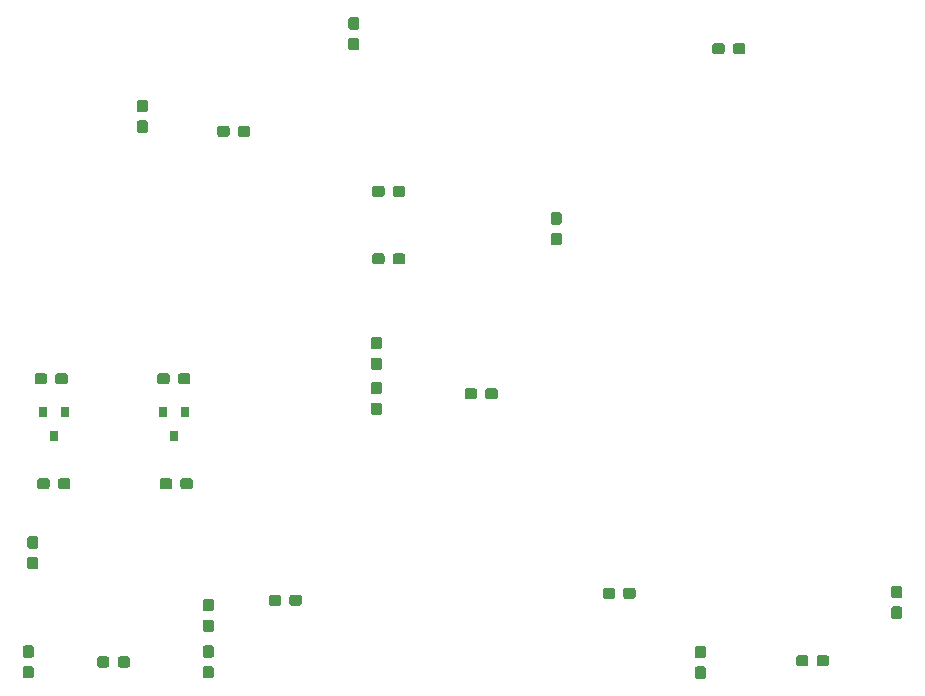
<source format=gbr>
G04 #@! TF.GenerationSoftware,KiCad,Pcbnew,(5.1.5)-3*
G04 #@! TF.CreationDate,2020-04-30T19:49:23+02:00*
G04 #@! TF.ProjectId,PONG_Display,504f4e47-5f44-4697-9370-6c61792e6b69,rev?*
G04 #@! TF.SameCoordinates,Original*
G04 #@! TF.FileFunction,Paste,Bot*
G04 #@! TF.FilePolarity,Positive*
%FSLAX46Y46*%
G04 Gerber Fmt 4.6, Leading zero omitted, Abs format (unit mm)*
G04 Created by KiCad (PCBNEW (5.1.5)-3) date 2020-04-30 19:49:23*
%MOMM*%
%LPD*%
G04 APERTURE LIST*
%ADD10C,0.100000*%
%ADD11R,0.800000X0.900000*%
G04 APERTURE END LIST*
D10*
G36*
X33153779Y-24636144D02*
G01*
X33176834Y-24639563D01*
X33199443Y-24645227D01*
X33221387Y-24653079D01*
X33242457Y-24663044D01*
X33262448Y-24675026D01*
X33281168Y-24688910D01*
X33298438Y-24704562D01*
X33314090Y-24721832D01*
X33327974Y-24740552D01*
X33339956Y-24760543D01*
X33349921Y-24781613D01*
X33357773Y-24803557D01*
X33363437Y-24826166D01*
X33366856Y-24849221D01*
X33368000Y-24872500D01*
X33368000Y-25447500D01*
X33366856Y-25470779D01*
X33363437Y-25493834D01*
X33357773Y-25516443D01*
X33349921Y-25538387D01*
X33339956Y-25559457D01*
X33327974Y-25579448D01*
X33314090Y-25598168D01*
X33298438Y-25615438D01*
X33281168Y-25631090D01*
X33262448Y-25644974D01*
X33242457Y-25656956D01*
X33221387Y-25666921D01*
X33199443Y-25674773D01*
X33176834Y-25680437D01*
X33153779Y-25683856D01*
X33130500Y-25685000D01*
X32655500Y-25685000D01*
X32632221Y-25683856D01*
X32609166Y-25680437D01*
X32586557Y-25674773D01*
X32564613Y-25666921D01*
X32543543Y-25656956D01*
X32523552Y-25644974D01*
X32504832Y-25631090D01*
X32487562Y-25615438D01*
X32471910Y-25598168D01*
X32458026Y-25579448D01*
X32446044Y-25559457D01*
X32436079Y-25538387D01*
X32428227Y-25516443D01*
X32422563Y-25493834D01*
X32419144Y-25470779D01*
X32418000Y-25447500D01*
X32418000Y-24872500D01*
X32419144Y-24849221D01*
X32422563Y-24826166D01*
X32428227Y-24803557D01*
X32436079Y-24781613D01*
X32446044Y-24760543D01*
X32458026Y-24740552D01*
X32471910Y-24721832D01*
X32487562Y-24704562D01*
X32504832Y-24688910D01*
X32523552Y-24675026D01*
X32543543Y-24663044D01*
X32564613Y-24653079D01*
X32586557Y-24645227D01*
X32609166Y-24639563D01*
X32632221Y-24636144D01*
X32655500Y-24635000D01*
X33130500Y-24635000D01*
X33153779Y-24636144D01*
G37*
G36*
X33153779Y-26386144D02*
G01*
X33176834Y-26389563D01*
X33199443Y-26395227D01*
X33221387Y-26403079D01*
X33242457Y-26413044D01*
X33262448Y-26425026D01*
X33281168Y-26438910D01*
X33298438Y-26454562D01*
X33314090Y-26471832D01*
X33327974Y-26490552D01*
X33339956Y-26510543D01*
X33349921Y-26531613D01*
X33357773Y-26553557D01*
X33363437Y-26576166D01*
X33366856Y-26599221D01*
X33368000Y-26622500D01*
X33368000Y-27197500D01*
X33366856Y-27220779D01*
X33363437Y-27243834D01*
X33357773Y-27266443D01*
X33349921Y-27288387D01*
X33339956Y-27309457D01*
X33327974Y-27329448D01*
X33314090Y-27348168D01*
X33298438Y-27365438D01*
X33281168Y-27381090D01*
X33262448Y-27394974D01*
X33242457Y-27406956D01*
X33221387Y-27416921D01*
X33199443Y-27424773D01*
X33176834Y-27430437D01*
X33153779Y-27433856D01*
X33130500Y-27435000D01*
X32655500Y-27435000D01*
X32632221Y-27433856D01*
X32609166Y-27430437D01*
X32586557Y-27424773D01*
X32564613Y-27416921D01*
X32543543Y-27406956D01*
X32523552Y-27394974D01*
X32504832Y-27381090D01*
X32487562Y-27365438D01*
X32471910Y-27348168D01*
X32458026Y-27329448D01*
X32446044Y-27309457D01*
X32436079Y-27288387D01*
X32428227Y-27266443D01*
X32422563Y-27243834D01*
X32419144Y-27220779D01*
X32418000Y-27197500D01*
X32418000Y-26622500D01*
X32419144Y-26599221D01*
X32422563Y-26576166D01*
X32428227Y-26553557D01*
X32436079Y-26531613D01*
X32446044Y-26510543D01*
X32458026Y-26490552D01*
X32471910Y-26471832D01*
X32487562Y-26454562D01*
X32504832Y-26438910D01*
X32523552Y-26425026D01*
X32543543Y-26413044D01*
X32564613Y-26403079D01*
X32586557Y-26395227D01*
X32609166Y-26389563D01*
X32632221Y-26386144D01*
X32655500Y-26385000D01*
X33130500Y-26385000D01*
X33153779Y-26386144D01*
G37*
D11*
X25400000Y-53070000D03*
X26350000Y-51070000D03*
X24450000Y-51070000D03*
X34610000Y-51070000D03*
X36510000Y-51070000D03*
X35560000Y-53070000D03*
D10*
G36*
X40075779Y-26831144D02*
G01*
X40098834Y-26834563D01*
X40121443Y-26840227D01*
X40143387Y-26848079D01*
X40164457Y-26858044D01*
X40184448Y-26870026D01*
X40203168Y-26883910D01*
X40220438Y-26899562D01*
X40236090Y-26916832D01*
X40249974Y-26935552D01*
X40261956Y-26955543D01*
X40271921Y-26976613D01*
X40279773Y-26998557D01*
X40285437Y-27021166D01*
X40288856Y-27044221D01*
X40290000Y-27067500D01*
X40290000Y-27542500D01*
X40288856Y-27565779D01*
X40285437Y-27588834D01*
X40279773Y-27611443D01*
X40271921Y-27633387D01*
X40261956Y-27654457D01*
X40249974Y-27674448D01*
X40236090Y-27693168D01*
X40220438Y-27710438D01*
X40203168Y-27726090D01*
X40184448Y-27739974D01*
X40164457Y-27751956D01*
X40143387Y-27761921D01*
X40121443Y-27769773D01*
X40098834Y-27775437D01*
X40075779Y-27778856D01*
X40052500Y-27780000D01*
X39477500Y-27780000D01*
X39454221Y-27778856D01*
X39431166Y-27775437D01*
X39408557Y-27769773D01*
X39386613Y-27761921D01*
X39365543Y-27751956D01*
X39345552Y-27739974D01*
X39326832Y-27726090D01*
X39309562Y-27710438D01*
X39293910Y-27693168D01*
X39280026Y-27674448D01*
X39268044Y-27654457D01*
X39258079Y-27633387D01*
X39250227Y-27611443D01*
X39244563Y-27588834D01*
X39241144Y-27565779D01*
X39240000Y-27542500D01*
X39240000Y-27067500D01*
X39241144Y-27044221D01*
X39244563Y-27021166D01*
X39250227Y-26998557D01*
X39258079Y-26976613D01*
X39268044Y-26955543D01*
X39280026Y-26935552D01*
X39293910Y-26916832D01*
X39309562Y-26899562D01*
X39326832Y-26883910D01*
X39345552Y-26870026D01*
X39365543Y-26858044D01*
X39386613Y-26848079D01*
X39408557Y-26840227D01*
X39431166Y-26834563D01*
X39454221Y-26831144D01*
X39477500Y-26830000D01*
X40052500Y-26830000D01*
X40075779Y-26831144D01*
G37*
G36*
X41825779Y-26831144D02*
G01*
X41848834Y-26834563D01*
X41871443Y-26840227D01*
X41893387Y-26848079D01*
X41914457Y-26858044D01*
X41934448Y-26870026D01*
X41953168Y-26883910D01*
X41970438Y-26899562D01*
X41986090Y-26916832D01*
X41999974Y-26935552D01*
X42011956Y-26955543D01*
X42021921Y-26976613D01*
X42029773Y-26998557D01*
X42035437Y-27021166D01*
X42038856Y-27044221D01*
X42040000Y-27067500D01*
X42040000Y-27542500D01*
X42038856Y-27565779D01*
X42035437Y-27588834D01*
X42029773Y-27611443D01*
X42021921Y-27633387D01*
X42011956Y-27654457D01*
X41999974Y-27674448D01*
X41986090Y-27693168D01*
X41970438Y-27710438D01*
X41953168Y-27726090D01*
X41934448Y-27739974D01*
X41914457Y-27751956D01*
X41893387Y-27761921D01*
X41871443Y-27769773D01*
X41848834Y-27775437D01*
X41825779Y-27778856D01*
X41802500Y-27780000D01*
X41227500Y-27780000D01*
X41204221Y-27778856D01*
X41181166Y-27775437D01*
X41158557Y-27769773D01*
X41136613Y-27761921D01*
X41115543Y-27751956D01*
X41095552Y-27739974D01*
X41076832Y-27726090D01*
X41059562Y-27710438D01*
X41043910Y-27693168D01*
X41030026Y-27674448D01*
X41018044Y-27654457D01*
X41008079Y-27633387D01*
X41000227Y-27611443D01*
X40994563Y-27588834D01*
X40991144Y-27565779D01*
X40990000Y-27542500D01*
X40990000Y-27067500D01*
X40991144Y-27044221D01*
X40994563Y-27021166D01*
X41000227Y-26998557D01*
X41008079Y-26976613D01*
X41018044Y-26955543D01*
X41030026Y-26935552D01*
X41043910Y-26916832D01*
X41059562Y-26899562D01*
X41076832Y-26883910D01*
X41095552Y-26870026D01*
X41115543Y-26858044D01*
X41136613Y-26848079D01*
X41158557Y-26840227D01*
X41181166Y-26834563D01*
X41204221Y-26831144D01*
X41227500Y-26830000D01*
X41802500Y-26830000D01*
X41825779Y-26831144D01*
G37*
G36*
X81985779Y-19846144D02*
G01*
X82008834Y-19849563D01*
X82031443Y-19855227D01*
X82053387Y-19863079D01*
X82074457Y-19873044D01*
X82094448Y-19885026D01*
X82113168Y-19898910D01*
X82130438Y-19914562D01*
X82146090Y-19931832D01*
X82159974Y-19950552D01*
X82171956Y-19970543D01*
X82181921Y-19991613D01*
X82189773Y-20013557D01*
X82195437Y-20036166D01*
X82198856Y-20059221D01*
X82200000Y-20082500D01*
X82200000Y-20557500D01*
X82198856Y-20580779D01*
X82195437Y-20603834D01*
X82189773Y-20626443D01*
X82181921Y-20648387D01*
X82171956Y-20669457D01*
X82159974Y-20689448D01*
X82146090Y-20708168D01*
X82130438Y-20725438D01*
X82113168Y-20741090D01*
X82094448Y-20754974D01*
X82074457Y-20766956D01*
X82053387Y-20776921D01*
X82031443Y-20784773D01*
X82008834Y-20790437D01*
X81985779Y-20793856D01*
X81962500Y-20795000D01*
X81387500Y-20795000D01*
X81364221Y-20793856D01*
X81341166Y-20790437D01*
X81318557Y-20784773D01*
X81296613Y-20776921D01*
X81275543Y-20766956D01*
X81255552Y-20754974D01*
X81236832Y-20741090D01*
X81219562Y-20725438D01*
X81203910Y-20708168D01*
X81190026Y-20689448D01*
X81178044Y-20669457D01*
X81168079Y-20648387D01*
X81160227Y-20626443D01*
X81154563Y-20603834D01*
X81151144Y-20580779D01*
X81150000Y-20557500D01*
X81150000Y-20082500D01*
X81151144Y-20059221D01*
X81154563Y-20036166D01*
X81160227Y-20013557D01*
X81168079Y-19991613D01*
X81178044Y-19970543D01*
X81190026Y-19950552D01*
X81203910Y-19931832D01*
X81219562Y-19914562D01*
X81236832Y-19898910D01*
X81255552Y-19885026D01*
X81275543Y-19873044D01*
X81296613Y-19863079D01*
X81318557Y-19855227D01*
X81341166Y-19849563D01*
X81364221Y-19846144D01*
X81387500Y-19845000D01*
X81962500Y-19845000D01*
X81985779Y-19846144D01*
G37*
G36*
X83735779Y-19846144D02*
G01*
X83758834Y-19849563D01*
X83781443Y-19855227D01*
X83803387Y-19863079D01*
X83824457Y-19873044D01*
X83844448Y-19885026D01*
X83863168Y-19898910D01*
X83880438Y-19914562D01*
X83896090Y-19931832D01*
X83909974Y-19950552D01*
X83921956Y-19970543D01*
X83931921Y-19991613D01*
X83939773Y-20013557D01*
X83945437Y-20036166D01*
X83948856Y-20059221D01*
X83950000Y-20082500D01*
X83950000Y-20557500D01*
X83948856Y-20580779D01*
X83945437Y-20603834D01*
X83939773Y-20626443D01*
X83931921Y-20648387D01*
X83921956Y-20669457D01*
X83909974Y-20689448D01*
X83896090Y-20708168D01*
X83880438Y-20725438D01*
X83863168Y-20741090D01*
X83844448Y-20754974D01*
X83824457Y-20766956D01*
X83803387Y-20776921D01*
X83781443Y-20784773D01*
X83758834Y-20790437D01*
X83735779Y-20793856D01*
X83712500Y-20795000D01*
X83137500Y-20795000D01*
X83114221Y-20793856D01*
X83091166Y-20790437D01*
X83068557Y-20784773D01*
X83046613Y-20776921D01*
X83025543Y-20766956D01*
X83005552Y-20754974D01*
X82986832Y-20741090D01*
X82969562Y-20725438D01*
X82953910Y-20708168D01*
X82940026Y-20689448D01*
X82928044Y-20669457D01*
X82918079Y-20648387D01*
X82910227Y-20626443D01*
X82904563Y-20603834D01*
X82901144Y-20580779D01*
X82900000Y-20557500D01*
X82900000Y-20082500D01*
X82901144Y-20059221D01*
X82904563Y-20036166D01*
X82910227Y-20013557D01*
X82918079Y-19991613D01*
X82928044Y-19970543D01*
X82940026Y-19950552D01*
X82953910Y-19931832D01*
X82969562Y-19914562D01*
X82986832Y-19898910D01*
X83005552Y-19885026D01*
X83025543Y-19873044D01*
X83046613Y-19863079D01*
X83068557Y-19855227D01*
X83091166Y-19849563D01*
X83114221Y-19846144D01*
X83137500Y-19845000D01*
X83712500Y-19845000D01*
X83735779Y-19846144D01*
G37*
G36*
X61030779Y-49056144D02*
G01*
X61053834Y-49059563D01*
X61076443Y-49065227D01*
X61098387Y-49073079D01*
X61119457Y-49083044D01*
X61139448Y-49095026D01*
X61158168Y-49108910D01*
X61175438Y-49124562D01*
X61191090Y-49141832D01*
X61204974Y-49160552D01*
X61216956Y-49180543D01*
X61226921Y-49201613D01*
X61234773Y-49223557D01*
X61240437Y-49246166D01*
X61243856Y-49269221D01*
X61245000Y-49292500D01*
X61245000Y-49767500D01*
X61243856Y-49790779D01*
X61240437Y-49813834D01*
X61234773Y-49836443D01*
X61226921Y-49858387D01*
X61216956Y-49879457D01*
X61204974Y-49899448D01*
X61191090Y-49918168D01*
X61175438Y-49935438D01*
X61158168Y-49951090D01*
X61139448Y-49964974D01*
X61119457Y-49976956D01*
X61098387Y-49986921D01*
X61076443Y-49994773D01*
X61053834Y-50000437D01*
X61030779Y-50003856D01*
X61007500Y-50005000D01*
X60432500Y-50005000D01*
X60409221Y-50003856D01*
X60386166Y-50000437D01*
X60363557Y-49994773D01*
X60341613Y-49986921D01*
X60320543Y-49976956D01*
X60300552Y-49964974D01*
X60281832Y-49951090D01*
X60264562Y-49935438D01*
X60248910Y-49918168D01*
X60235026Y-49899448D01*
X60223044Y-49879457D01*
X60213079Y-49858387D01*
X60205227Y-49836443D01*
X60199563Y-49813834D01*
X60196144Y-49790779D01*
X60195000Y-49767500D01*
X60195000Y-49292500D01*
X60196144Y-49269221D01*
X60199563Y-49246166D01*
X60205227Y-49223557D01*
X60213079Y-49201613D01*
X60223044Y-49180543D01*
X60235026Y-49160552D01*
X60248910Y-49141832D01*
X60264562Y-49124562D01*
X60281832Y-49108910D01*
X60300552Y-49095026D01*
X60320543Y-49083044D01*
X60341613Y-49073079D01*
X60363557Y-49065227D01*
X60386166Y-49059563D01*
X60409221Y-49056144D01*
X60432500Y-49055000D01*
X61007500Y-49055000D01*
X61030779Y-49056144D01*
G37*
G36*
X62780779Y-49056144D02*
G01*
X62803834Y-49059563D01*
X62826443Y-49065227D01*
X62848387Y-49073079D01*
X62869457Y-49083044D01*
X62889448Y-49095026D01*
X62908168Y-49108910D01*
X62925438Y-49124562D01*
X62941090Y-49141832D01*
X62954974Y-49160552D01*
X62966956Y-49180543D01*
X62976921Y-49201613D01*
X62984773Y-49223557D01*
X62990437Y-49246166D01*
X62993856Y-49269221D01*
X62995000Y-49292500D01*
X62995000Y-49767500D01*
X62993856Y-49790779D01*
X62990437Y-49813834D01*
X62984773Y-49836443D01*
X62976921Y-49858387D01*
X62966956Y-49879457D01*
X62954974Y-49899448D01*
X62941090Y-49918168D01*
X62925438Y-49935438D01*
X62908168Y-49951090D01*
X62889448Y-49964974D01*
X62869457Y-49976956D01*
X62848387Y-49986921D01*
X62826443Y-49994773D01*
X62803834Y-50000437D01*
X62780779Y-50003856D01*
X62757500Y-50005000D01*
X62182500Y-50005000D01*
X62159221Y-50003856D01*
X62136166Y-50000437D01*
X62113557Y-49994773D01*
X62091613Y-49986921D01*
X62070543Y-49976956D01*
X62050552Y-49964974D01*
X62031832Y-49951090D01*
X62014562Y-49935438D01*
X61998910Y-49918168D01*
X61985026Y-49899448D01*
X61973044Y-49879457D01*
X61963079Y-49858387D01*
X61955227Y-49836443D01*
X61949563Y-49813834D01*
X61946144Y-49790779D01*
X61945000Y-49767500D01*
X61945000Y-49292500D01*
X61946144Y-49269221D01*
X61949563Y-49246166D01*
X61955227Y-49223557D01*
X61963079Y-49201613D01*
X61973044Y-49180543D01*
X61985026Y-49160552D01*
X61998910Y-49141832D01*
X62014562Y-49124562D01*
X62031832Y-49108910D01*
X62050552Y-49095026D01*
X62070543Y-49083044D01*
X62091613Y-49073079D01*
X62113557Y-49065227D01*
X62136166Y-49059563D01*
X62159221Y-49056144D01*
X62182500Y-49055000D01*
X62757500Y-49055000D01*
X62780779Y-49056144D01*
G37*
G36*
X52965779Y-48526144D02*
G01*
X52988834Y-48529563D01*
X53011443Y-48535227D01*
X53033387Y-48543079D01*
X53054457Y-48553044D01*
X53074448Y-48565026D01*
X53093168Y-48578910D01*
X53110438Y-48594562D01*
X53126090Y-48611832D01*
X53139974Y-48630552D01*
X53151956Y-48650543D01*
X53161921Y-48671613D01*
X53169773Y-48693557D01*
X53175437Y-48716166D01*
X53178856Y-48739221D01*
X53180000Y-48762500D01*
X53180000Y-49337500D01*
X53178856Y-49360779D01*
X53175437Y-49383834D01*
X53169773Y-49406443D01*
X53161921Y-49428387D01*
X53151956Y-49449457D01*
X53139974Y-49469448D01*
X53126090Y-49488168D01*
X53110438Y-49505438D01*
X53093168Y-49521090D01*
X53074448Y-49534974D01*
X53054457Y-49546956D01*
X53033387Y-49556921D01*
X53011443Y-49564773D01*
X52988834Y-49570437D01*
X52965779Y-49573856D01*
X52942500Y-49575000D01*
X52467500Y-49575000D01*
X52444221Y-49573856D01*
X52421166Y-49570437D01*
X52398557Y-49564773D01*
X52376613Y-49556921D01*
X52355543Y-49546956D01*
X52335552Y-49534974D01*
X52316832Y-49521090D01*
X52299562Y-49505438D01*
X52283910Y-49488168D01*
X52270026Y-49469448D01*
X52258044Y-49449457D01*
X52248079Y-49428387D01*
X52240227Y-49406443D01*
X52234563Y-49383834D01*
X52231144Y-49360779D01*
X52230000Y-49337500D01*
X52230000Y-48762500D01*
X52231144Y-48739221D01*
X52234563Y-48716166D01*
X52240227Y-48693557D01*
X52248079Y-48671613D01*
X52258044Y-48650543D01*
X52270026Y-48630552D01*
X52283910Y-48611832D01*
X52299562Y-48594562D01*
X52316832Y-48578910D01*
X52335552Y-48565026D01*
X52355543Y-48553044D01*
X52376613Y-48543079D01*
X52398557Y-48535227D01*
X52421166Y-48529563D01*
X52444221Y-48526144D01*
X52467500Y-48525000D01*
X52942500Y-48525000D01*
X52965779Y-48526144D01*
G37*
G36*
X52965779Y-50276144D02*
G01*
X52988834Y-50279563D01*
X53011443Y-50285227D01*
X53033387Y-50293079D01*
X53054457Y-50303044D01*
X53074448Y-50315026D01*
X53093168Y-50328910D01*
X53110438Y-50344562D01*
X53126090Y-50361832D01*
X53139974Y-50380552D01*
X53151956Y-50400543D01*
X53161921Y-50421613D01*
X53169773Y-50443557D01*
X53175437Y-50466166D01*
X53178856Y-50489221D01*
X53180000Y-50512500D01*
X53180000Y-51087500D01*
X53178856Y-51110779D01*
X53175437Y-51133834D01*
X53169773Y-51156443D01*
X53161921Y-51178387D01*
X53151956Y-51199457D01*
X53139974Y-51219448D01*
X53126090Y-51238168D01*
X53110438Y-51255438D01*
X53093168Y-51271090D01*
X53074448Y-51284974D01*
X53054457Y-51296956D01*
X53033387Y-51306921D01*
X53011443Y-51314773D01*
X52988834Y-51320437D01*
X52965779Y-51323856D01*
X52942500Y-51325000D01*
X52467500Y-51325000D01*
X52444221Y-51323856D01*
X52421166Y-51320437D01*
X52398557Y-51314773D01*
X52376613Y-51306921D01*
X52355543Y-51296956D01*
X52335552Y-51284974D01*
X52316832Y-51271090D01*
X52299562Y-51255438D01*
X52283910Y-51238168D01*
X52270026Y-51219448D01*
X52258044Y-51199457D01*
X52248079Y-51178387D01*
X52240227Y-51156443D01*
X52234563Y-51133834D01*
X52231144Y-51110779D01*
X52230000Y-51087500D01*
X52230000Y-50512500D01*
X52231144Y-50489221D01*
X52234563Y-50466166D01*
X52240227Y-50443557D01*
X52248079Y-50421613D01*
X52258044Y-50400543D01*
X52270026Y-50380552D01*
X52283910Y-50361832D01*
X52299562Y-50344562D01*
X52316832Y-50328910D01*
X52335552Y-50315026D01*
X52355543Y-50303044D01*
X52376613Y-50293079D01*
X52398557Y-50285227D01*
X52421166Y-50279563D01*
X52444221Y-50276144D01*
X52467500Y-50275000D01*
X52942500Y-50275000D01*
X52965779Y-50276144D01*
G37*
G36*
X46185779Y-66526144D02*
G01*
X46208834Y-66529563D01*
X46231443Y-66535227D01*
X46253387Y-66543079D01*
X46274457Y-66553044D01*
X46294448Y-66565026D01*
X46313168Y-66578910D01*
X46330438Y-66594562D01*
X46346090Y-66611832D01*
X46359974Y-66630552D01*
X46371956Y-66650543D01*
X46381921Y-66671613D01*
X46389773Y-66693557D01*
X46395437Y-66716166D01*
X46398856Y-66739221D01*
X46400000Y-66762500D01*
X46400000Y-67237500D01*
X46398856Y-67260779D01*
X46395437Y-67283834D01*
X46389773Y-67306443D01*
X46381921Y-67328387D01*
X46371956Y-67349457D01*
X46359974Y-67369448D01*
X46346090Y-67388168D01*
X46330438Y-67405438D01*
X46313168Y-67421090D01*
X46294448Y-67434974D01*
X46274457Y-67446956D01*
X46253387Y-67456921D01*
X46231443Y-67464773D01*
X46208834Y-67470437D01*
X46185779Y-67473856D01*
X46162500Y-67475000D01*
X45587500Y-67475000D01*
X45564221Y-67473856D01*
X45541166Y-67470437D01*
X45518557Y-67464773D01*
X45496613Y-67456921D01*
X45475543Y-67446956D01*
X45455552Y-67434974D01*
X45436832Y-67421090D01*
X45419562Y-67405438D01*
X45403910Y-67388168D01*
X45390026Y-67369448D01*
X45378044Y-67349457D01*
X45368079Y-67328387D01*
X45360227Y-67306443D01*
X45354563Y-67283834D01*
X45351144Y-67260779D01*
X45350000Y-67237500D01*
X45350000Y-66762500D01*
X45351144Y-66739221D01*
X45354563Y-66716166D01*
X45360227Y-66693557D01*
X45368079Y-66671613D01*
X45378044Y-66650543D01*
X45390026Y-66630552D01*
X45403910Y-66611832D01*
X45419562Y-66594562D01*
X45436832Y-66578910D01*
X45455552Y-66565026D01*
X45475543Y-66553044D01*
X45496613Y-66543079D01*
X45518557Y-66535227D01*
X45541166Y-66529563D01*
X45564221Y-66526144D01*
X45587500Y-66525000D01*
X46162500Y-66525000D01*
X46185779Y-66526144D01*
G37*
G36*
X44435779Y-66526144D02*
G01*
X44458834Y-66529563D01*
X44481443Y-66535227D01*
X44503387Y-66543079D01*
X44524457Y-66553044D01*
X44544448Y-66565026D01*
X44563168Y-66578910D01*
X44580438Y-66594562D01*
X44596090Y-66611832D01*
X44609974Y-66630552D01*
X44621956Y-66650543D01*
X44631921Y-66671613D01*
X44639773Y-66693557D01*
X44645437Y-66716166D01*
X44648856Y-66739221D01*
X44650000Y-66762500D01*
X44650000Y-67237500D01*
X44648856Y-67260779D01*
X44645437Y-67283834D01*
X44639773Y-67306443D01*
X44631921Y-67328387D01*
X44621956Y-67349457D01*
X44609974Y-67369448D01*
X44596090Y-67388168D01*
X44580438Y-67405438D01*
X44563168Y-67421090D01*
X44544448Y-67434974D01*
X44524457Y-67446956D01*
X44503387Y-67456921D01*
X44481443Y-67464773D01*
X44458834Y-67470437D01*
X44435779Y-67473856D01*
X44412500Y-67475000D01*
X43837500Y-67475000D01*
X43814221Y-67473856D01*
X43791166Y-67470437D01*
X43768557Y-67464773D01*
X43746613Y-67456921D01*
X43725543Y-67446956D01*
X43705552Y-67434974D01*
X43686832Y-67421090D01*
X43669562Y-67405438D01*
X43653910Y-67388168D01*
X43640026Y-67369448D01*
X43628044Y-67349457D01*
X43618079Y-67328387D01*
X43610227Y-67306443D01*
X43604563Y-67283834D01*
X43601144Y-67260779D01*
X43600000Y-67237500D01*
X43600000Y-66762500D01*
X43601144Y-66739221D01*
X43604563Y-66716166D01*
X43610227Y-66693557D01*
X43618079Y-66671613D01*
X43628044Y-66650543D01*
X43640026Y-66630552D01*
X43653910Y-66611832D01*
X43669562Y-66594562D01*
X43686832Y-66578910D01*
X43705552Y-66565026D01*
X43725543Y-66553044D01*
X43746613Y-66543079D01*
X43768557Y-66535227D01*
X43791166Y-66529563D01*
X43814221Y-66526144D01*
X43837500Y-66525000D01*
X44412500Y-66525000D01*
X44435779Y-66526144D01*
G37*
G36*
X52965779Y-46466144D02*
G01*
X52988834Y-46469563D01*
X53011443Y-46475227D01*
X53033387Y-46483079D01*
X53054457Y-46493044D01*
X53074448Y-46505026D01*
X53093168Y-46518910D01*
X53110438Y-46534562D01*
X53126090Y-46551832D01*
X53139974Y-46570552D01*
X53151956Y-46590543D01*
X53161921Y-46611613D01*
X53169773Y-46633557D01*
X53175437Y-46656166D01*
X53178856Y-46679221D01*
X53180000Y-46702500D01*
X53180000Y-47277500D01*
X53178856Y-47300779D01*
X53175437Y-47323834D01*
X53169773Y-47346443D01*
X53161921Y-47368387D01*
X53151956Y-47389457D01*
X53139974Y-47409448D01*
X53126090Y-47428168D01*
X53110438Y-47445438D01*
X53093168Y-47461090D01*
X53074448Y-47474974D01*
X53054457Y-47486956D01*
X53033387Y-47496921D01*
X53011443Y-47504773D01*
X52988834Y-47510437D01*
X52965779Y-47513856D01*
X52942500Y-47515000D01*
X52467500Y-47515000D01*
X52444221Y-47513856D01*
X52421166Y-47510437D01*
X52398557Y-47504773D01*
X52376613Y-47496921D01*
X52355543Y-47486956D01*
X52335552Y-47474974D01*
X52316832Y-47461090D01*
X52299562Y-47445438D01*
X52283910Y-47428168D01*
X52270026Y-47409448D01*
X52258044Y-47389457D01*
X52248079Y-47368387D01*
X52240227Y-47346443D01*
X52234563Y-47323834D01*
X52231144Y-47300779D01*
X52230000Y-47277500D01*
X52230000Y-46702500D01*
X52231144Y-46679221D01*
X52234563Y-46656166D01*
X52240227Y-46633557D01*
X52248079Y-46611613D01*
X52258044Y-46590543D01*
X52270026Y-46570552D01*
X52283910Y-46551832D01*
X52299562Y-46534562D01*
X52316832Y-46518910D01*
X52335552Y-46505026D01*
X52355543Y-46493044D01*
X52376613Y-46483079D01*
X52398557Y-46475227D01*
X52421166Y-46469563D01*
X52444221Y-46466144D01*
X52467500Y-46465000D01*
X52942500Y-46465000D01*
X52965779Y-46466144D01*
G37*
G36*
X52965779Y-44716144D02*
G01*
X52988834Y-44719563D01*
X53011443Y-44725227D01*
X53033387Y-44733079D01*
X53054457Y-44743044D01*
X53074448Y-44755026D01*
X53093168Y-44768910D01*
X53110438Y-44784562D01*
X53126090Y-44801832D01*
X53139974Y-44820552D01*
X53151956Y-44840543D01*
X53161921Y-44861613D01*
X53169773Y-44883557D01*
X53175437Y-44906166D01*
X53178856Y-44929221D01*
X53180000Y-44952500D01*
X53180000Y-45527500D01*
X53178856Y-45550779D01*
X53175437Y-45573834D01*
X53169773Y-45596443D01*
X53161921Y-45618387D01*
X53151956Y-45639457D01*
X53139974Y-45659448D01*
X53126090Y-45678168D01*
X53110438Y-45695438D01*
X53093168Y-45711090D01*
X53074448Y-45724974D01*
X53054457Y-45736956D01*
X53033387Y-45746921D01*
X53011443Y-45754773D01*
X52988834Y-45760437D01*
X52965779Y-45763856D01*
X52942500Y-45765000D01*
X52467500Y-45765000D01*
X52444221Y-45763856D01*
X52421166Y-45760437D01*
X52398557Y-45754773D01*
X52376613Y-45746921D01*
X52355543Y-45736956D01*
X52335552Y-45724974D01*
X52316832Y-45711090D01*
X52299562Y-45695438D01*
X52283910Y-45678168D01*
X52270026Y-45659448D01*
X52258044Y-45639457D01*
X52248079Y-45618387D01*
X52240227Y-45596443D01*
X52234563Y-45573834D01*
X52231144Y-45550779D01*
X52230000Y-45527500D01*
X52230000Y-44952500D01*
X52231144Y-44929221D01*
X52234563Y-44906166D01*
X52240227Y-44883557D01*
X52248079Y-44861613D01*
X52258044Y-44840543D01*
X52270026Y-44820552D01*
X52283910Y-44801832D01*
X52299562Y-44784562D01*
X52316832Y-44768910D01*
X52335552Y-44755026D01*
X52355543Y-44743044D01*
X52376613Y-44733079D01*
X52398557Y-44725227D01*
X52421166Y-44719563D01*
X52444221Y-44716144D01*
X52467500Y-44715000D01*
X52942500Y-44715000D01*
X52965779Y-44716144D01*
G37*
G36*
X51060779Y-17651144D02*
G01*
X51083834Y-17654563D01*
X51106443Y-17660227D01*
X51128387Y-17668079D01*
X51149457Y-17678044D01*
X51169448Y-17690026D01*
X51188168Y-17703910D01*
X51205438Y-17719562D01*
X51221090Y-17736832D01*
X51234974Y-17755552D01*
X51246956Y-17775543D01*
X51256921Y-17796613D01*
X51264773Y-17818557D01*
X51270437Y-17841166D01*
X51273856Y-17864221D01*
X51275000Y-17887500D01*
X51275000Y-18462500D01*
X51273856Y-18485779D01*
X51270437Y-18508834D01*
X51264773Y-18531443D01*
X51256921Y-18553387D01*
X51246956Y-18574457D01*
X51234974Y-18594448D01*
X51221090Y-18613168D01*
X51205438Y-18630438D01*
X51188168Y-18646090D01*
X51169448Y-18659974D01*
X51149457Y-18671956D01*
X51128387Y-18681921D01*
X51106443Y-18689773D01*
X51083834Y-18695437D01*
X51060779Y-18698856D01*
X51037500Y-18700000D01*
X50562500Y-18700000D01*
X50539221Y-18698856D01*
X50516166Y-18695437D01*
X50493557Y-18689773D01*
X50471613Y-18681921D01*
X50450543Y-18671956D01*
X50430552Y-18659974D01*
X50411832Y-18646090D01*
X50394562Y-18630438D01*
X50378910Y-18613168D01*
X50365026Y-18594448D01*
X50353044Y-18574457D01*
X50343079Y-18553387D01*
X50335227Y-18531443D01*
X50329563Y-18508834D01*
X50326144Y-18485779D01*
X50325000Y-18462500D01*
X50325000Y-17887500D01*
X50326144Y-17864221D01*
X50329563Y-17841166D01*
X50335227Y-17818557D01*
X50343079Y-17796613D01*
X50353044Y-17775543D01*
X50365026Y-17755552D01*
X50378910Y-17736832D01*
X50394562Y-17719562D01*
X50411832Y-17703910D01*
X50430552Y-17690026D01*
X50450543Y-17678044D01*
X50471613Y-17668079D01*
X50493557Y-17660227D01*
X50516166Y-17654563D01*
X50539221Y-17651144D01*
X50562500Y-17650000D01*
X51037500Y-17650000D01*
X51060779Y-17651144D01*
G37*
G36*
X51060779Y-19401144D02*
G01*
X51083834Y-19404563D01*
X51106443Y-19410227D01*
X51128387Y-19418079D01*
X51149457Y-19428044D01*
X51169448Y-19440026D01*
X51188168Y-19453910D01*
X51205438Y-19469562D01*
X51221090Y-19486832D01*
X51234974Y-19505552D01*
X51246956Y-19525543D01*
X51256921Y-19546613D01*
X51264773Y-19568557D01*
X51270437Y-19591166D01*
X51273856Y-19614221D01*
X51275000Y-19637500D01*
X51275000Y-20212500D01*
X51273856Y-20235779D01*
X51270437Y-20258834D01*
X51264773Y-20281443D01*
X51256921Y-20303387D01*
X51246956Y-20324457D01*
X51234974Y-20344448D01*
X51221090Y-20363168D01*
X51205438Y-20380438D01*
X51188168Y-20396090D01*
X51169448Y-20409974D01*
X51149457Y-20421956D01*
X51128387Y-20431921D01*
X51106443Y-20439773D01*
X51083834Y-20445437D01*
X51060779Y-20448856D01*
X51037500Y-20450000D01*
X50562500Y-20450000D01*
X50539221Y-20448856D01*
X50516166Y-20445437D01*
X50493557Y-20439773D01*
X50471613Y-20431921D01*
X50450543Y-20421956D01*
X50430552Y-20409974D01*
X50411832Y-20396090D01*
X50394562Y-20380438D01*
X50378910Y-20363168D01*
X50365026Y-20344448D01*
X50353044Y-20324457D01*
X50343079Y-20303387D01*
X50335227Y-20281443D01*
X50329563Y-20258834D01*
X50326144Y-20235779D01*
X50325000Y-20212500D01*
X50325000Y-19637500D01*
X50326144Y-19614221D01*
X50329563Y-19591166D01*
X50335227Y-19568557D01*
X50343079Y-19546613D01*
X50353044Y-19525543D01*
X50365026Y-19505552D01*
X50378910Y-19486832D01*
X50394562Y-19469562D01*
X50411832Y-19453910D01*
X50430552Y-19440026D01*
X50450543Y-19428044D01*
X50471613Y-19418079D01*
X50493557Y-19410227D01*
X50516166Y-19404563D01*
X50539221Y-19401144D01*
X50562500Y-19400000D01*
X51037500Y-19400000D01*
X51060779Y-19401144D01*
G37*
G36*
X31651779Y-71758144D02*
G01*
X31674834Y-71761563D01*
X31697443Y-71767227D01*
X31719387Y-71775079D01*
X31740457Y-71785044D01*
X31760448Y-71797026D01*
X31779168Y-71810910D01*
X31796438Y-71826562D01*
X31812090Y-71843832D01*
X31825974Y-71862552D01*
X31837956Y-71882543D01*
X31847921Y-71903613D01*
X31855773Y-71925557D01*
X31861437Y-71948166D01*
X31864856Y-71971221D01*
X31866000Y-71994500D01*
X31866000Y-72469500D01*
X31864856Y-72492779D01*
X31861437Y-72515834D01*
X31855773Y-72538443D01*
X31847921Y-72560387D01*
X31837956Y-72581457D01*
X31825974Y-72601448D01*
X31812090Y-72620168D01*
X31796438Y-72637438D01*
X31779168Y-72653090D01*
X31760448Y-72666974D01*
X31740457Y-72678956D01*
X31719387Y-72688921D01*
X31697443Y-72696773D01*
X31674834Y-72702437D01*
X31651779Y-72705856D01*
X31628500Y-72707000D01*
X31053500Y-72707000D01*
X31030221Y-72705856D01*
X31007166Y-72702437D01*
X30984557Y-72696773D01*
X30962613Y-72688921D01*
X30941543Y-72678956D01*
X30921552Y-72666974D01*
X30902832Y-72653090D01*
X30885562Y-72637438D01*
X30869910Y-72620168D01*
X30856026Y-72601448D01*
X30844044Y-72581457D01*
X30834079Y-72560387D01*
X30826227Y-72538443D01*
X30820563Y-72515834D01*
X30817144Y-72492779D01*
X30816000Y-72469500D01*
X30816000Y-71994500D01*
X30817144Y-71971221D01*
X30820563Y-71948166D01*
X30826227Y-71925557D01*
X30834079Y-71903613D01*
X30844044Y-71882543D01*
X30856026Y-71862552D01*
X30869910Y-71843832D01*
X30885562Y-71826562D01*
X30902832Y-71810910D01*
X30921552Y-71797026D01*
X30941543Y-71785044D01*
X30962613Y-71775079D01*
X30984557Y-71767227D01*
X31007166Y-71761563D01*
X31030221Y-71758144D01*
X31053500Y-71757000D01*
X31628500Y-71757000D01*
X31651779Y-71758144D01*
G37*
G36*
X29901779Y-71758144D02*
G01*
X29924834Y-71761563D01*
X29947443Y-71767227D01*
X29969387Y-71775079D01*
X29990457Y-71785044D01*
X30010448Y-71797026D01*
X30029168Y-71810910D01*
X30046438Y-71826562D01*
X30062090Y-71843832D01*
X30075974Y-71862552D01*
X30087956Y-71882543D01*
X30097921Y-71903613D01*
X30105773Y-71925557D01*
X30111437Y-71948166D01*
X30114856Y-71971221D01*
X30116000Y-71994500D01*
X30116000Y-72469500D01*
X30114856Y-72492779D01*
X30111437Y-72515834D01*
X30105773Y-72538443D01*
X30097921Y-72560387D01*
X30087956Y-72581457D01*
X30075974Y-72601448D01*
X30062090Y-72620168D01*
X30046438Y-72637438D01*
X30029168Y-72653090D01*
X30010448Y-72666974D01*
X29990457Y-72678956D01*
X29969387Y-72688921D01*
X29947443Y-72696773D01*
X29924834Y-72702437D01*
X29901779Y-72705856D01*
X29878500Y-72707000D01*
X29303500Y-72707000D01*
X29280221Y-72705856D01*
X29257166Y-72702437D01*
X29234557Y-72696773D01*
X29212613Y-72688921D01*
X29191543Y-72678956D01*
X29171552Y-72666974D01*
X29152832Y-72653090D01*
X29135562Y-72637438D01*
X29119910Y-72620168D01*
X29106026Y-72601448D01*
X29094044Y-72581457D01*
X29084079Y-72560387D01*
X29076227Y-72538443D01*
X29070563Y-72515834D01*
X29067144Y-72492779D01*
X29066000Y-72469500D01*
X29066000Y-71994500D01*
X29067144Y-71971221D01*
X29070563Y-71948166D01*
X29076227Y-71925557D01*
X29084079Y-71903613D01*
X29094044Y-71882543D01*
X29106026Y-71862552D01*
X29119910Y-71843832D01*
X29135562Y-71826562D01*
X29152832Y-71810910D01*
X29171552Y-71797026D01*
X29191543Y-71785044D01*
X29212613Y-71775079D01*
X29234557Y-71767227D01*
X29257166Y-71761563D01*
X29280221Y-71758144D01*
X29303500Y-71757000D01*
X29878500Y-71757000D01*
X29901779Y-71758144D01*
G37*
G36*
X72700779Y-65947144D02*
G01*
X72723834Y-65950563D01*
X72746443Y-65956227D01*
X72768387Y-65964079D01*
X72789457Y-65974044D01*
X72809448Y-65986026D01*
X72828168Y-65999910D01*
X72845438Y-66015562D01*
X72861090Y-66032832D01*
X72874974Y-66051552D01*
X72886956Y-66071543D01*
X72896921Y-66092613D01*
X72904773Y-66114557D01*
X72910437Y-66137166D01*
X72913856Y-66160221D01*
X72915000Y-66183500D01*
X72915000Y-66658500D01*
X72913856Y-66681779D01*
X72910437Y-66704834D01*
X72904773Y-66727443D01*
X72896921Y-66749387D01*
X72886956Y-66770457D01*
X72874974Y-66790448D01*
X72861090Y-66809168D01*
X72845438Y-66826438D01*
X72828168Y-66842090D01*
X72809448Y-66855974D01*
X72789457Y-66867956D01*
X72768387Y-66877921D01*
X72746443Y-66885773D01*
X72723834Y-66891437D01*
X72700779Y-66894856D01*
X72677500Y-66896000D01*
X72102500Y-66896000D01*
X72079221Y-66894856D01*
X72056166Y-66891437D01*
X72033557Y-66885773D01*
X72011613Y-66877921D01*
X71990543Y-66867956D01*
X71970552Y-66855974D01*
X71951832Y-66842090D01*
X71934562Y-66826438D01*
X71918910Y-66809168D01*
X71905026Y-66790448D01*
X71893044Y-66770457D01*
X71883079Y-66749387D01*
X71875227Y-66727443D01*
X71869563Y-66704834D01*
X71866144Y-66681779D01*
X71865000Y-66658500D01*
X71865000Y-66183500D01*
X71866144Y-66160221D01*
X71869563Y-66137166D01*
X71875227Y-66114557D01*
X71883079Y-66092613D01*
X71893044Y-66071543D01*
X71905026Y-66051552D01*
X71918910Y-66032832D01*
X71934562Y-66015562D01*
X71951832Y-65999910D01*
X71970552Y-65986026D01*
X71990543Y-65974044D01*
X72011613Y-65964079D01*
X72033557Y-65956227D01*
X72056166Y-65950563D01*
X72079221Y-65947144D01*
X72102500Y-65946000D01*
X72677500Y-65946000D01*
X72700779Y-65947144D01*
G37*
G36*
X74450779Y-65947144D02*
G01*
X74473834Y-65950563D01*
X74496443Y-65956227D01*
X74518387Y-65964079D01*
X74539457Y-65974044D01*
X74559448Y-65986026D01*
X74578168Y-65999910D01*
X74595438Y-66015562D01*
X74611090Y-66032832D01*
X74624974Y-66051552D01*
X74636956Y-66071543D01*
X74646921Y-66092613D01*
X74654773Y-66114557D01*
X74660437Y-66137166D01*
X74663856Y-66160221D01*
X74665000Y-66183500D01*
X74665000Y-66658500D01*
X74663856Y-66681779D01*
X74660437Y-66704834D01*
X74654773Y-66727443D01*
X74646921Y-66749387D01*
X74636956Y-66770457D01*
X74624974Y-66790448D01*
X74611090Y-66809168D01*
X74595438Y-66826438D01*
X74578168Y-66842090D01*
X74559448Y-66855974D01*
X74539457Y-66867956D01*
X74518387Y-66877921D01*
X74496443Y-66885773D01*
X74473834Y-66891437D01*
X74450779Y-66894856D01*
X74427500Y-66896000D01*
X73852500Y-66896000D01*
X73829221Y-66894856D01*
X73806166Y-66891437D01*
X73783557Y-66885773D01*
X73761613Y-66877921D01*
X73740543Y-66867956D01*
X73720552Y-66855974D01*
X73701832Y-66842090D01*
X73684562Y-66826438D01*
X73668910Y-66809168D01*
X73655026Y-66790448D01*
X73643044Y-66770457D01*
X73633079Y-66749387D01*
X73625227Y-66727443D01*
X73619563Y-66704834D01*
X73616144Y-66681779D01*
X73615000Y-66658500D01*
X73615000Y-66183500D01*
X73616144Y-66160221D01*
X73619563Y-66137166D01*
X73625227Y-66114557D01*
X73633079Y-66092613D01*
X73643044Y-66071543D01*
X73655026Y-66051552D01*
X73668910Y-66032832D01*
X73684562Y-66015562D01*
X73701832Y-65999910D01*
X73720552Y-65986026D01*
X73740543Y-65974044D01*
X73761613Y-65964079D01*
X73783557Y-65956227D01*
X73806166Y-65950563D01*
X73829221Y-65947144D01*
X73852500Y-65946000D01*
X74427500Y-65946000D01*
X74450779Y-65947144D01*
G37*
G36*
X23882779Y-61593144D02*
G01*
X23905834Y-61596563D01*
X23928443Y-61602227D01*
X23950387Y-61610079D01*
X23971457Y-61620044D01*
X23991448Y-61632026D01*
X24010168Y-61645910D01*
X24027438Y-61661562D01*
X24043090Y-61678832D01*
X24056974Y-61697552D01*
X24068956Y-61717543D01*
X24078921Y-61738613D01*
X24086773Y-61760557D01*
X24092437Y-61783166D01*
X24095856Y-61806221D01*
X24097000Y-61829500D01*
X24097000Y-62404500D01*
X24095856Y-62427779D01*
X24092437Y-62450834D01*
X24086773Y-62473443D01*
X24078921Y-62495387D01*
X24068956Y-62516457D01*
X24056974Y-62536448D01*
X24043090Y-62555168D01*
X24027438Y-62572438D01*
X24010168Y-62588090D01*
X23991448Y-62601974D01*
X23971457Y-62613956D01*
X23950387Y-62623921D01*
X23928443Y-62631773D01*
X23905834Y-62637437D01*
X23882779Y-62640856D01*
X23859500Y-62642000D01*
X23384500Y-62642000D01*
X23361221Y-62640856D01*
X23338166Y-62637437D01*
X23315557Y-62631773D01*
X23293613Y-62623921D01*
X23272543Y-62613956D01*
X23252552Y-62601974D01*
X23233832Y-62588090D01*
X23216562Y-62572438D01*
X23200910Y-62555168D01*
X23187026Y-62536448D01*
X23175044Y-62516457D01*
X23165079Y-62495387D01*
X23157227Y-62473443D01*
X23151563Y-62450834D01*
X23148144Y-62427779D01*
X23147000Y-62404500D01*
X23147000Y-61829500D01*
X23148144Y-61806221D01*
X23151563Y-61783166D01*
X23157227Y-61760557D01*
X23165079Y-61738613D01*
X23175044Y-61717543D01*
X23187026Y-61697552D01*
X23200910Y-61678832D01*
X23216562Y-61661562D01*
X23233832Y-61645910D01*
X23252552Y-61632026D01*
X23272543Y-61620044D01*
X23293613Y-61610079D01*
X23315557Y-61602227D01*
X23338166Y-61596563D01*
X23361221Y-61593144D01*
X23384500Y-61592000D01*
X23859500Y-61592000D01*
X23882779Y-61593144D01*
G37*
G36*
X23882779Y-63343144D02*
G01*
X23905834Y-63346563D01*
X23928443Y-63352227D01*
X23950387Y-63360079D01*
X23971457Y-63370044D01*
X23991448Y-63382026D01*
X24010168Y-63395910D01*
X24027438Y-63411562D01*
X24043090Y-63428832D01*
X24056974Y-63447552D01*
X24068956Y-63467543D01*
X24078921Y-63488613D01*
X24086773Y-63510557D01*
X24092437Y-63533166D01*
X24095856Y-63556221D01*
X24097000Y-63579500D01*
X24097000Y-64154500D01*
X24095856Y-64177779D01*
X24092437Y-64200834D01*
X24086773Y-64223443D01*
X24078921Y-64245387D01*
X24068956Y-64266457D01*
X24056974Y-64286448D01*
X24043090Y-64305168D01*
X24027438Y-64322438D01*
X24010168Y-64338090D01*
X23991448Y-64351974D01*
X23971457Y-64363956D01*
X23950387Y-64373921D01*
X23928443Y-64381773D01*
X23905834Y-64387437D01*
X23882779Y-64390856D01*
X23859500Y-64392000D01*
X23384500Y-64392000D01*
X23361221Y-64390856D01*
X23338166Y-64387437D01*
X23315557Y-64381773D01*
X23293613Y-64373921D01*
X23272543Y-64363956D01*
X23252552Y-64351974D01*
X23233832Y-64338090D01*
X23216562Y-64322438D01*
X23200910Y-64305168D01*
X23187026Y-64286448D01*
X23175044Y-64266457D01*
X23165079Y-64245387D01*
X23157227Y-64223443D01*
X23151563Y-64200834D01*
X23148144Y-64177779D01*
X23147000Y-64154500D01*
X23147000Y-63579500D01*
X23148144Y-63556221D01*
X23151563Y-63533166D01*
X23157227Y-63510557D01*
X23165079Y-63488613D01*
X23175044Y-63467543D01*
X23187026Y-63447552D01*
X23200910Y-63428832D01*
X23216562Y-63411562D01*
X23233832Y-63395910D01*
X23252552Y-63382026D01*
X23272543Y-63370044D01*
X23293613Y-63360079D01*
X23315557Y-63352227D01*
X23338166Y-63346563D01*
X23361221Y-63343144D01*
X23384500Y-63342000D01*
X23859500Y-63342000D01*
X23882779Y-63343144D01*
G37*
G36*
X90833779Y-71662144D02*
G01*
X90856834Y-71665563D01*
X90879443Y-71671227D01*
X90901387Y-71679079D01*
X90922457Y-71689044D01*
X90942448Y-71701026D01*
X90961168Y-71714910D01*
X90978438Y-71730562D01*
X90994090Y-71747832D01*
X91007974Y-71766552D01*
X91019956Y-71786543D01*
X91029921Y-71807613D01*
X91037773Y-71829557D01*
X91043437Y-71852166D01*
X91046856Y-71875221D01*
X91048000Y-71898500D01*
X91048000Y-72373500D01*
X91046856Y-72396779D01*
X91043437Y-72419834D01*
X91037773Y-72442443D01*
X91029921Y-72464387D01*
X91019956Y-72485457D01*
X91007974Y-72505448D01*
X90994090Y-72524168D01*
X90978438Y-72541438D01*
X90961168Y-72557090D01*
X90942448Y-72570974D01*
X90922457Y-72582956D01*
X90901387Y-72592921D01*
X90879443Y-72600773D01*
X90856834Y-72606437D01*
X90833779Y-72609856D01*
X90810500Y-72611000D01*
X90235500Y-72611000D01*
X90212221Y-72609856D01*
X90189166Y-72606437D01*
X90166557Y-72600773D01*
X90144613Y-72592921D01*
X90123543Y-72582956D01*
X90103552Y-72570974D01*
X90084832Y-72557090D01*
X90067562Y-72541438D01*
X90051910Y-72524168D01*
X90038026Y-72505448D01*
X90026044Y-72485457D01*
X90016079Y-72464387D01*
X90008227Y-72442443D01*
X90002563Y-72419834D01*
X89999144Y-72396779D01*
X89998000Y-72373500D01*
X89998000Y-71898500D01*
X89999144Y-71875221D01*
X90002563Y-71852166D01*
X90008227Y-71829557D01*
X90016079Y-71807613D01*
X90026044Y-71786543D01*
X90038026Y-71766552D01*
X90051910Y-71747832D01*
X90067562Y-71730562D01*
X90084832Y-71714910D01*
X90103552Y-71701026D01*
X90123543Y-71689044D01*
X90144613Y-71679079D01*
X90166557Y-71671227D01*
X90189166Y-71665563D01*
X90212221Y-71662144D01*
X90235500Y-71661000D01*
X90810500Y-71661000D01*
X90833779Y-71662144D01*
G37*
G36*
X89083779Y-71662144D02*
G01*
X89106834Y-71665563D01*
X89129443Y-71671227D01*
X89151387Y-71679079D01*
X89172457Y-71689044D01*
X89192448Y-71701026D01*
X89211168Y-71714910D01*
X89228438Y-71730562D01*
X89244090Y-71747832D01*
X89257974Y-71766552D01*
X89269956Y-71786543D01*
X89279921Y-71807613D01*
X89287773Y-71829557D01*
X89293437Y-71852166D01*
X89296856Y-71875221D01*
X89298000Y-71898500D01*
X89298000Y-72373500D01*
X89296856Y-72396779D01*
X89293437Y-72419834D01*
X89287773Y-72442443D01*
X89279921Y-72464387D01*
X89269956Y-72485457D01*
X89257974Y-72505448D01*
X89244090Y-72524168D01*
X89228438Y-72541438D01*
X89211168Y-72557090D01*
X89192448Y-72570974D01*
X89172457Y-72582956D01*
X89151387Y-72592921D01*
X89129443Y-72600773D01*
X89106834Y-72606437D01*
X89083779Y-72609856D01*
X89060500Y-72611000D01*
X88485500Y-72611000D01*
X88462221Y-72609856D01*
X88439166Y-72606437D01*
X88416557Y-72600773D01*
X88394613Y-72592921D01*
X88373543Y-72582956D01*
X88353552Y-72570974D01*
X88334832Y-72557090D01*
X88317562Y-72541438D01*
X88301910Y-72524168D01*
X88288026Y-72505448D01*
X88276044Y-72485457D01*
X88266079Y-72464387D01*
X88258227Y-72442443D01*
X88252563Y-72419834D01*
X88249144Y-72396779D01*
X88248000Y-72373500D01*
X88248000Y-71898500D01*
X88249144Y-71875221D01*
X88252563Y-71852166D01*
X88258227Y-71829557D01*
X88266079Y-71807613D01*
X88276044Y-71786543D01*
X88288026Y-71766552D01*
X88301910Y-71747832D01*
X88317562Y-71730562D01*
X88334832Y-71714910D01*
X88353552Y-71701026D01*
X88373543Y-71689044D01*
X88394613Y-71679079D01*
X88416557Y-71671227D01*
X88439166Y-71665563D01*
X88462221Y-71662144D01*
X88485500Y-71661000D01*
X89060500Y-71661000D01*
X89083779Y-71662144D01*
G37*
G36*
X38741779Y-68646144D02*
G01*
X38764834Y-68649563D01*
X38787443Y-68655227D01*
X38809387Y-68663079D01*
X38830457Y-68673044D01*
X38850448Y-68685026D01*
X38869168Y-68698910D01*
X38886438Y-68714562D01*
X38902090Y-68731832D01*
X38915974Y-68750552D01*
X38927956Y-68770543D01*
X38937921Y-68791613D01*
X38945773Y-68813557D01*
X38951437Y-68836166D01*
X38954856Y-68859221D01*
X38956000Y-68882500D01*
X38956000Y-69457500D01*
X38954856Y-69480779D01*
X38951437Y-69503834D01*
X38945773Y-69526443D01*
X38937921Y-69548387D01*
X38927956Y-69569457D01*
X38915974Y-69589448D01*
X38902090Y-69608168D01*
X38886438Y-69625438D01*
X38869168Y-69641090D01*
X38850448Y-69654974D01*
X38830457Y-69666956D01*
X38809387Y-69676921D01*
X38787443Y-69684773D01*
X38764834Y-69690437D01*
X38741779Y-69693856D01*
X38718500Y-69695000D01*
X38243500Y-69695000D01*
X38220221Y-69693856D01*
X38197166Y-69690437D01*
X38174557Y-69684773D01*
X38152613Y-69676921D01*
X38131543Y-69666956D01*
X38111552Y-69654974D01*
X38092832Y-69641090D01*
X38075562Y-69625438D01*
X38059910Y-69608168D01*
X38046026Y-69589448D01*
X38034044Y-69569457D01*
X38024079Y-69548387D01*
X38016227Y-69526443D01*
X38010563Y-69503834D01*
X38007144Y-69480779D01*
X38006000Y-69457500D01*
X38006000Y-68882500D01*
X38007144Y-68859221D01*
X38010563Y-68836166D01*
X38016227Y-68813557D01*
X38024079Y-68791613D01*
X38034044Y-68770543D01*
X38046026Y-68750552D01*
X38059910Y-68731832D01*
X38075562Y-68714562D01*
X38092832Y-68698910D01*
X38111552Y-68685026D01*
X38131543Y-68673044D01*
X38152613Y-68663079D01*
X38174557Y-68655227D01*
X38197166Y-68649563D01*
X38220221Y-68646144D01*
X38243500Y-68645000D01*
X38718500Y-68645000D01*
X38741779Y-68646144D01*
G37*
G36*
X38741779Y-66896144D02*
G01*
X38764834Y-66899563D01*
X38787443Y-66905227D01*
X38809387Y-66913079D01*
X38830457Y-66923044D01*
X38850448Y-66935026D01*
X38869168Y-66948910D01*
X38886438Y-66964562D01*
X38902090Y-66981832D01*
X38915974Y-67000552D01*
X38927956Y-67020543D01*
X38937921Y-67041613D01*
X38945773Y-67063557D01*
X38951437Y-67086166D01*
X38954856Y-67109221D01*
X38956000Y-67132500D01*
X38956000Y-67707500D01*
X38954856Y-67730779D01*
X38951437Y-67753834D01*
X38945773Y-67776443D01*
X38937921Y-67798387D01*
X38927956Y-67819457D01*
X38915974Y-67839448D01*
X38902090Y-67858168D01*
X38886438Y-67875438D01*
X38869168Y-67891090D01*
X38850448Y-67904974D01*
X38830457Y-67916956D01*
X38809387Y-67926921D01*
X38787443Y-67934773D01*
X38764834Y-67940437D01*
X38741779Y-67943856D01*
X38718500Y-67945000D01*
X38243500Y-67945000D01*
X38220221Y-67943856D01*
X38197166Y-67940437D01*
X38174557Y-67934773D01*
X38152613Y-67926921D01*
X38131543Y-67916956D01*
X38111552Y-67904974D01*
X38092832Y-67891090D01*
X38075562Y-67875438D01*
X38059910Y-67858168D01*
X38046026Y-67839448D01*
X38034044Y-67819457D01*
X38024079Y-67798387D01*
X38016227Y-67776443D01*
X38010563Y-67753834D01*
X38007144Y-67730779D01*
X38006000Y-67707500D01*
X38006000Y-67132500D01*
X38007144Y-67109221D01*
X38010563Y-67086166D01*
X38016227Y-67063557D01*
X38024079Y-67041613D01*
X38034044Y-67020543D01*
X38046026Y-67000552D01*
X38059910Y-66981832D01*
X38075562Y-66964562D01*
X38092832Y-66948910D01*
X38111552Y-66935026D01*
X38131543Y-66923044D01*
X38152613Y-66913079D01*
X38174557Y-66905227D01*
X38197166Y-66899563D01*
X38220221Y-66896144D01*
X38243500Y-66895000D01*
X38718500Y-66895000D01*
X38741779Y-66896144D01*
G37*
G36*
X53193279Y-31911144D02*
G01*
X53216334Y-31914563D01*
X53238943Y-31920227D01*
X53260887Y-31928079D01*
X53281957Y-31938044D01*
X53301948Y-31950026D01*
X53320668Y-31963910D01*
X53337938Y-31979562D01*
X53353590Y-31996832D01*
X53367474Y-32015552D01*
X53379456Y-32035543D01*
X53389421Y-32056613D01*
X53397273Y-32078557D01*
X53402937Y-32101166D01*
X53406356Y-32124221D01*
X53407500Y-32147500D01*
X53407500Y-32622500D01*
X53406356Y-32645779D01*
X53402937Y-32668834D01*
X53397273Y-32691443D01*
X53389421Y-32713387D01*
X53379456Y-32734457D01*
X53367474Y-32754448D01*
X53353590Y-32773168D01*
X53337938Y-32790438D01*
X53320668Y-32806090D01*
X53301948Y-32819974D01*
X53281957Y-32831956D01*
X53260887Y-32841921D01*
X53238943Y-32849773D01*
X53216334Y-32855437D01*
X53193279Y-32858856D01*
X53170000Y-32860000D01*
X52595000Y-32860000D01*
X52571721Y-32858856D01*
X52548666Y-32855437D01*
X52526057Y-32849773D01*
X52504113Y-32841921D01*
X52483043Y-32831956D01*
X52463052Y-32819974D01*
X52444332Y-32806090D01*
X52427062Y-32790438D01*
X52411410Y-32773168D01*
X52397526Y-32754448D01*
X52385544Y-32734457D01*
X52375579Y-32713387D01*
X52367727Y-32691443D01*
X52362063Y-32668834D01*
X52358644Y-32645779D01*
X52357500Y-32622500D01*
X52357500Y-32147500D01*
X52358644Y-32124221D01*
X52362063Y-32101166D01*
X52367727Y-32078557D01*
X52375579Y-32056613D01*
X52385544Y-32035543D01*
X52397526Y-32015552D01*
X52411410Y-31996832D01*
X52427062Y-31979562D01*
X52444332Y-31963910D01*
X52463052Y-31950026D01*
X52483043Y-31938044D01*
X52504113Y-31928079D01*
X52526057Y-31920227D01*
X52548666Y-31914563D01*
X52571721Y-31911144D01*
X52595000Y-31910000D01*
X53170000Y-31910000D01*
X53193279Y-31911144D01*
G37*
G36*
X54943279Y-31911144D02*
G01*
X54966334Y-31914563D01*
X54988943Y-31920227D01*
X55010887Y-31928079D01*
X55031957Y-31938044D01*
X55051948Y-31950026D01*
X55070668Y-31963910D01*
X55087938Y-31979562D01*
X55103590Y-31996832D01*
X55117474Y-32015552D01*
X55129456Y-32035543D01*
X55139421Y-32056613D01*
X55147273Y-32078557D01*
X55152937Y-32101166D01*
X55156356Y-32124221D01*
X55157500Y-32147500D01*
X55157500Y-32622500D01*
X55156356Y-32645779D01*
X55152937Y-32668834D01*
X55147273Y-32691443D01*
X55139421Y-32713387D01*
X55129456Y-32734457D01*
X55117474Y-32754448D01*
X55103590Y-32773168D01*
X55087938Y-32790438D01*
X55070668Y-32806090D01*
X55051948Y-32819974D01*
X55031957Y-32831956D01*
X55010887Y-32841921D01*
X54988943Y-32849773D01*
X54966334Y-32855437D01*
X54943279Y-32858856D01*
X54920000Y-32860000D01*
X54345000Y-32860000D01*
X54321721Y-32858856D01*
X54298666Y-32855437D01*
X54276057Y-32849773D01*
X54254113Y-32841921D01*
X54233043Y-32831956D01*
X54213052Y-32819974D01*
X54194332Y-32806090D01*
X54177062Y-32790438D01*
X54161410Y-32773168D01*
X54147526Y-32754448D01*
X54135544Y-32734457D01*
X54125579Y-32713387D01*
X54117727Y-32691443D01*
X54112063Y-32668834D01*
X54108644Y-32645779D01*
X54107500Y-32622500D01*
X54107500Y-32147500D01*
X54108644Y-32124221D01*
X54112063Y-32101166D01*
X54117727Y-32078557D01*
X54125579Y-32056613D01*
X54135544Y-32035543D01*
X54147526Y-32015552D01*
X54161410Y-31996832D01*
X54177062Y-31979562D01*
X54194332Y-31963910D01*
X54213052Y-31950026D01*
X54233043Y-31938044D01*
X54254113Y-31928079D01*
X54276057Y-31920227D01*
X54298666Y-31914563D01*
X54321721Y-31911144D01*
X54345000Y-31910000D01*
X54920000Y-31910000D01*
X54943279Y-31911144D01*
G37*
G36*
X53193279Y-37626144D02*
G01*
X53216334Y-37629563D01*
X53238943Y-37635227D01*
X53260887Y-37643079D01*
X53281957Y-37653044D01*
X53301948Y-37665026D01*
X53320668Y-37678910D01*
X53337938Y-37694562D01*
X53353590Y-37711832D01*
X53367474Y-37730552D01*
X53379456Y-37750543D01*
X53389421Y-37771613D01*
X53397273Y-37793557D01*
X53402937Y-37816166D01*
X53406356Y-37839221D01*
X53407500Y-37862500D01*
X53407500Y-38337500D01*
X53406356Y-38360779D01*
X53402937Y-38383834D01*
X53397273Y-38406443D01*
X53389421Y-38428387D01*
X53379456Y-38449457D01*
X53367474Y-38469448D01*
X53353590Y-38488168D01*
X53337938Y-38505438D01*
X53320668Y-38521090D01*
X53301948Y-38534974D01*
X53281957Y-38546956D01*
X53260887Y-38556921D01*
X53238943Y-38564773D01*
X53216334Y-38570437D01*
X53193279Y-38573856D01*
X53170000Y-38575000D01*
X52595000Y-38575000D01*
X52571721Y-38573856D01*
X52548666Y-38570437D01*
X52526057Y-38564773D01*
X52504113Y-38556921D01*
X52483043Y-38546956D01*
X52463052Y-38534974D01*
X52444332Y-38521090D01*
X52427062Y-38505438D01*
X52411410Y-38488168D01*
X52397526Y-38469448D01*
X52385544Y-38449457D01*
X52375579Y-38428387D01*
X52367727Y-38406443D01*
X52362063Y-38383834D01*
X52358644Y-38360779D01*
X52357500Y-38337500D01*
X52357500Y-37862500D01*
X52358644Y-37839221D01*
X52362063Y-37816166D01*
X52367727Y-37793557D01*
X52375579Y-37771613D01*
X52385544Y-37750543D01*
X52397526Y-37730552D01*
X52411410Y-37711832D01*
X52427062Y-37694562D01*
X52444332Y-37678910D01*
X52463052Y-37665026D01*
X52483043Y-37653044D01*
X52504113Y-37643079D01*
X52526057Y-37635227D01*
X52548666Y-37629563D01*
X52571721Y-37626144D01*
X52595000Y-37625000D01*
X53170000Y-37625000D01*
X53193279Y-37626144D01*
G37*
G36*
X54943279Y-37626144D02*
G01*
X54966334Y-37629563D01*
X54988943Y-37635227D01*
X55010887Y-37643079D01*
X55031957Y-37653044D01*
X55051948Y-37665026D01*
X55070668Y-37678910D01*
X55087938Y-37694562D01*
X55103590Y-37711832D01*
X55117474Y-37730552D01*
X55129456Y-37750543D01*
X55139421Y-37771613D01*
X55147273Y-37793557D01*
X55152937Y-37816166D01*
X55156356Y-37839221D01*
X55157500Y-37862500D01*
X55157500Y-38337500D01*
X55156356Y-38360779D01*
X55152937Y-38383834D01*
X55147273Y-38406443D01*
X55139421Y-38428387D01*
X55129456Y-38449457D01*
X55117474Y-38469448D01*
X55103590Y-38488168D01*
X55087938Y-38505438D01*
X55070668Y-38521090D01*
X55051948Y-38534974D01*
X55031957Y-38546956D01*
X55010887Y-38556921D01*
X54988943Y-38564773D01*
X54966334Y-38570437D01*
X54943279Y-38573856D01*
X54920000Y-38575000D01*
X54345000Y-38575000D01*
X54321721Y-38573856D01*
X54298666Y-38570437D01*
X54276057Y-38564773D01*
X54254113Y-38556921D01*
X54233043Y-38546956D01*
X54213052Y-38534974D01*
X54194332Y-38521090D01*
X54177062Y-38505438D01*
X54161410Y-38488168D01*
X54147526Y-38469448D01*
X54135544Y-38449457D01*
X54125579Y-38428387D01*
X54117727Y-38406443D01*
X54112063Y-38383834D01*
X54108644Y-38360779D01*
X54107500Y-38337500D01*
X54107500Y-37862500D01*
X54108644Y-37839221D01*
X54112063Y-37816166D01*
X54117727Y-37793557D01*
X54125579Y-37771613D01*
X54135544Y-37750543D01*
X54147526Y-37730552D01*
X54161410Y-37711832D01*
X54177062Y-37694562D01*
X54194332Y-37678910D01*
X54213052Y-37665026D01*
X54233043Y-37653044D01*
X54254113Y-37643079D01*
X54276057Y-37635227D01*
X54298666Y-37629563D01*
X54321721Y-37626144D01*
X54345000Y-37625000D01*
X54920000Y-37625000D01*
X54943279Y-37626144D01*
G37*
G36*
X97034779Y-67534144D02*
G01*
X97057834Y-67537563D01*
X97080443Y-67543227D01*
X97102387Y-67551079D01*
X97123457Y-67561044D01*
X97143448Y-67573026D01*
X97162168Y-67586910D01*
X97179438Y-67602562D01*
X97195090Y-67619832D01*
X97208974Y-67638552D01*
X97220956Y-67658543D01*
X97230921Y-67679613D01*
X97238773Y-67701557D01*
X97244437Y-67724166D01*
X97247856Y-67747221D01*
X97249000Y-67770500D01*
X97249000Y-68345500D01*
X97247856Y-68368779D01*
X97244437Y-68391834D01*
X97238773Y-68414443D01*
X97230921Y-68436387D01*
X97220956Y-68457457D01*
X97208974Y-68477448D01*
X97195090Y-68496168D01*
X97179438Y-68513438D01*
X97162168Y-68529090D01*
X97143448Y-68542974D01*
X97123457Y-68554956D01*
X97102387Y-68564921D01*
X97080443Y-68572773D01*
X97057834Y-68578437D01*
X97034779Y-68581856D01*
X97011500Y-68583000D01*
X96536500Y-68583000D01*
X96513221Y-68581856D01*
X96490166Y-68578437D01*
X96467557Y-68572773D01*
X96445613Y-68564921D01*
X96424543Y-68554956D01*
X96404552Y-68542974D01*
X96385832Y-68529090D01*
X96368562Y-68513438D01*
X96352910Y-68496168D01*
X96339026Y-68477448D01*
X96327044Y-68457457D01*
X96317079Y-68436387D01*
X96309227Y-68414443D01*
X96303563Y-68391834D01*
X96300144Y-68368779D01*
X96299000Y-68345500D01*
X96299000Y-67770500D01*
X96300144Y-67747221D01*
X96303563Y-67724166D01*
X96309227Y-67701557D01*
X96317079Y-67679613D01*
X96327044Y-67658543D01*
X96339026Y-67638552D01*
X96352910Y-67619832D01*
X96368562Y-67602562D01*
X96385832Y-67586910D01*
X96404552Y-67573026D01*
X96424543Y-67561044D01*
X96445613Y-67551079D01*
X96467557Y-67543227D01*
X96490166Y-67537563D01*
X96513221Y-67534144D01*
X96536500Y-67533000D01*
X97011500Y-67533000D01*
X97034779Y-67534144D01*
G37*
G36*
X97034779Y-65784144D02*
G01*
X97057834Y-65787563D01*
X97080443Y-65793227D01*
X97102387Y-65801079D01*
X97123457Y-65811044D01*
X97143448Y-65823026D01*
X97162168Y-65836910D01*
X97179438Y-65852562D01*
X97195090Y-65869832D01*
X97208974Y-65888552D01*
X97220956Y-65908543D01*
X97230921Y-65929613D01*
X97238773Y-65951557D01*
X97244437Y-65974166D01*
X97247856Y-65997221D01*
X97249000Y-66020500D01*
X97249000Y-66595500D01*
X97247856Y-66618779D01*
X97244437Y-66641834D01*
X97238773Y-66664443D01*
X97230921Y-66686387D01*
X97220956Y-66707457D01*
X97208974Y-66727448D01*
X97195090Y-66746168D01*
X97179438Y-66763438D01*
X97162168Y-66779090D01*
X97143448Y-66792974D01*
X97123457Y-66804956D01*
X97102387Y-66814921D01*
X97080443Y-66822773D01*
X97057834Y-66828437D01*
X97034779Y-66831856D01*
X97011500Y-66833000D01*
X96536500Y-66833000D01*
X96513221Y-66831856D01*
X96490166Y-66828437D01*
X96467557Y-66822773D01*
X96445613Y-66814921D01*
X96424543Y-66804956D01*
X96404552Y-66792974D01*
X96385832Y-66779090D01*
X96368562Y-66763438D01*
X96352910Y-66746168D01*
X96339026Y-66727448D01*
X96327044Y-66707457D01*
X96317079Y-66686387D01*
X96309227Y-66664443D01*
X96303563Y-66641834D01*
X96300144Y-66618779D01*
X96299000Y-66595500D01*
X96299000Y-66020500D01*
X96300144Y-65997221D01*
X96303563Y-65974166D01*
X96309227Y-65951557D01*
X96317079Y-65929613D01*
X96327044Y-65908543D01*
X96339026Y-65888552D01*
X96352910Y-65869832D01*
X96368562Y-65852562D01*
X96385832Y-65836910D01*
X96404552Y-65823026D01*
X96424543Y-65811044D01*
X96445613Y-65801079D01*
X96467557Y-65793227D01*
X96490166Y-65787563D01*
X96513221Y-65784144D01*
X96536500Y-65783000D01*
X97011500Y-65783000D01*
X97034779Y-65784144D01*
G37*
G36*
X80397779Y-72614144D02*
G01*
X80420834Y-72617563D01*
X80443443Y-72623227D01*
X80465387Y-72631079D01*
X80486457Y-72641044D01*
X80506448Y-72653026D01*
X80525168Y-72666910D01*
X80542438Y-72682562D01*
X80558090Y-72699832D01*
X80571974Y-72718552D01*
X80583956Y-72738543D01*
X80593921Y-72759613D01*
X80601773Y-72781557D01*
X80607437Y-72804166D01*
X80610856Y-72827221D01*
X80612000Y-72850500D01*
X80612000Y-73425500D01*
X80610856Y-73448779D01*
X80607437Y-73471834D01*
X80601773Y-73494443D01*
X80593921Y-73516387D01*
X80583956Y-73537457D01*
X80571974Y-73557448D01*
X80558090Y-73576168D01*
X80542438Y-73593438D01*
X80525168Y-73609090D01*
X80506448Y-73622974D01*
X80486457Y-73634956D01*
X80465387Y-73644921D01*
X80443443Y-73652773D01*
X80420834Y-73658437D01*
X80397779Y-73661856D01*
X80374500Y-73663000D01*
X79899500Y-73663000D01*
X79876221Y-73661856D01*
X79853166Y-73658437D01*
X79830557Y-73652773D01*
X79808613Y-73644921D01*
X79787543Y-73634956D01*
X79767552Y-73622974D01*
X79748832Y-73609090D01*
X79731562Y-73593438D01*
X79715910Y-73576168D01*
X79702026Y-73557448D01*
X79690044Y-73537457D01*
X79680079Y-73516387D01*
X79672227Y-73494443D01*
X79666563Y-73471834D01*
X79663144Y-73448779D01*
X79662000Y-73425500D01*
X79662000Y-72850500D01*
X79663144Y-72827221D01*
X79666563Y-72804166D01*
X79672227Y-72781557D01*
X79680079Y-72759613D01*
X79690044Y-72738543D01*
X79702026Y-72718552D01*
X79715910Y-72699832D01*
X79731562Y-72682562D01*
X79748832Y-72666910D01*
X79767552Y-72653026D01*
X79787543Y-72641044D01*
X79808613Y-72631079D01*
X79830557Y-72623227D01*
X79853166Y-72617563D01*
X79876221Y-72614144D01*
X79899500Y-72613000D01*
X80374500Y-72613000D01*
X80397779Y-72614144D01*
G37*
G36*
X80397779Y-70864144D02*
G01*
X80420834Y-70867563D01*
X80443443Y-70873227D01*
X80465387Y-70881079D01*
X80486457Y-70891044D01*
X80506448Y-70903026D01*
X80525168Y-70916910D01*
X80542438Y-70932562D01*
X80558090Y-70949832D01*
X80571974Y-70968552D01*
X80583956Y-70988543D01*
X80593921Y-71009613D01*
X80601773Y-71031557D01*
X80607437Y-71054166D01*
X80610856Y-71077221D01*
X80612000Y-71100500D01*
X80612000Y-71675500D01*
X80610856Y-71698779D01*
X80607437Y-71721834D01*
X80601773Y-71744443D01*
X80593921Y-71766387D01*
X80583956Y-71787457D01*
X80571974Y-71807448D01*
X80558090Y-71826168D01*
X80542438Y-71843438D01*
X80525168Y-71859090D01*
X80506448Y-71872974D01*
X80486457Y-71884956D01*
X80465387Y-71894921D01*
X80443443Y-71902773D01*
X80420834Y-71908437D01*
X80397779Y-71911856D01*
X80374500Y-71913000D01*
X79899500Y-71913000D01*
X79876221Y-71911856D01*
X79853166Y-71908437D01*
X79830557Y-71902773D01*
X79808613Y-71894921D01*
X79787543Y-71884956D01*
X79767552Y-71872974D01*
X79748832Y-71859090D01*
X79731562Y-71843438D01*
X79715910Y-71826168D01*
X79702026Y-71807448D01*
X79690044Y-71787457D01*
X79680079Y-71766387D01*
X79672227Y-71744443D01*
X79666563Y-71721834D01*
X79663144Y-71698779D01*
X79662000Y-71675500D01*
X79662000Y-71100500D01*
X79663144Y-71077221D01*
X79666563Y-71054166D01*
X79672227Y-71031557D01*
X79680079Y-71009613D01*
X79690044Y-70988543D01*
X79702026Y-70968552D01*
X79715910Y-70949832D01*
X79731562Y-70932562D01*
X79748832Y-70916910D01*
X79767552Y-70903026D01*
X79787543Y-70891044D01*
X79808613Y-70881079D01*
X79830557Y-70873227D01*
X79853166Y-70867563D01*
X79876221Y-70864144D01*
X79899500Y-70863000D01*
X80374500Y-70863000D01*
X80397779Y-70864144D01*
G37*
G36*
X68205779Y-35911144D02*
G01*
X68228834Y-35914563D01*
X68251443Y-35920227D01*
X68273387Y-35928079D01*
X68294457Y-35938044D01*
X68314448Y-35950026D01*
X68333168Y-35963910D01*
X68350438Y-35979562D01*
X68366090Y-35996832D01*
X68379974Y-36015552D01*
X68391956Y-36035543D01*
X68401921Y-36056613D01*
X68409773Y-36078557D01*
X68415437Y-36101166D01*
X68418856Y-36124221D01*
X68420000Y-36147500D01*
X68420000Y-36722500D01*
X68418856Y-36745779D01*
X68415437Y-36768834D01*
X68409773Y-36791443D01*
X68401921Y-36813387D01*
X68391956Y-36834457D01*
X68379974Y-36854448D01*
X68366090Y-36873168D01*
X68350438Y-36890438D01*
X68333168Y-36906090D01*
X68314448Y-36919974D01*
X68294457Y-36931956D01*
X68273387Y-36941921D01*
X68251443Y-36949773D01*
X68228834Y-36955437D01*
X68205779Y-36958856D01*
X68182500Y-36960000D01*
X67707500Y-36960000D01*
X67684221Y-36958856D01*
X67661166Y-36955437D01*
X67638557Y-36949773D01*
X67616613Y-36941921D01*
X67595543Y-36931956D01*
X67575552Y-36919974D01*
X67556832Y-36906090D01*
X67539562Y-36890438D01*
X67523910Y-36873168D01*
X67510026Y-36854448D01*
X67498044Y-36834457D01*
X67488079Y-36813387D01*
X67480227Y-36791443D01*
X67474563Y-36768834D01*
X67471144Y-36745779D01*
X67470000Y-36722500D01*
X67470000Y-36147500D01*
X67471144Y-36124221D01*
X67474563Y-36101166D01*
X67480227Y-36078557D01*
X67488079Y-36056613D01*
X67498044Y-36035543D01*
X67510026Y-36015552D01*
X67523910Y-35996832D01*
X67539562Y-35979562D01*
X67556832Y-35963910D01*
X67575552Y-35950026D01*
X67595543Y-35938044D01*
X67616613Y-35928079D01*
X67638557Y-35920227D01*
X67661166Y-35914563D01*
X67684221Y-35911144D01*
X67707500Y-35910000D01*
X68182500Y-35910000D01*
X68205779Y-35911144D01*
G37*
G36*
X68205779Y-34161144D02*
G01*
X68228834Y-34164563D01*
X68251443Y-34170227D01*
X68273387Y-34178079D01*
X68294457Y-34188044D01*
X68314448Y-34200026D01*
X68333168Y-34213910D01*
X68350438Y-34229562D01*
X68366090Y-34246832D01*
X68379974Y-34265552D01*
X68391956Y-34285543D01*
X68401921Y-34306613D01*
X68409773Y-34328557D01*
X68415437Y-34351166D01*
X68418856Y-34374221D01*
X68420000Y-34397500D01*
X68420000Y-34972500D01*
X68418856Y-34995779D01*
X68415437Y-35018834D01*
X68409773Y-35041443D01*
X68401921Y-35063387D01*
X68391956Y-35084457D01*
X68379974Y-35104448D01*
X68366090Y-35123168D01*
X68350438Y-35140438D01*
X68333168Y-35156090D01*
X68314448Y-35169974D01*
X68294457Y-35181956D01*
X68273387Y-35191921D01*
X68251443Y-35199773D01*
X68228834Y-35205437D01*
X68205779Y-35208856D01*
X68182500Y-35210000D01*
X67707500Y-35210000D01*
X67684221Y-35208856D01*
X67661166Y-35205437D01*
X67638557Y-35199773D01*
X67616613Y-35191921D01*
X67595543Y-35181956D01*
X67575552Y-35169974D01*
X67556832Y-35156090D01*
X67539562Y-35140438D01*
X67523910Y-35123168D01*
X67510026Y-35104448D01*
X67498044Y-35084457D01*
X67488079Y-35063387D01*
X67480227Y-35041443D01*
X67474563Y-35018834D01*
X67471144Y-34995779D01*
X67470000Y-34972500D01*
X67470000Y-34397500D01*
X67471144Y-34374221D01*
X67474563Y-34351166D01*
X67480227Y-34328557D01*
X67488079Y-34306613D01*
X67498044Y-34285543D01*
X67510026Y-34265552D01*
X67523910Y-34246832D01*
X67539562Y-34229562D01*
X67556832Y-34213910D01*
X67575552Y-34200026D01*
X67595543Y-34188044D01*
X67616613Y-34178079D01*
X67638557Y-34170227D01*
X67661166Y-34164563D01*
X67684221Y-34161144D01*
X67707500Y-34160000D01*
X68182500Y-34160000D01*
X68205779Y-34161144D01*
G37*
G36*
X23501779Y-72583144D02*
G01*
X23524834Y-72586563D01*
X23547443Y-72592227D01*
X23569387Y-72600079D01*
X23590457Y-72610044D01*
X23610448Y-72622026D01*
X23629168Y-72635910D01*
X23646438Y-72651562D01*
X23662090Y-72668832D01*
X23675974Y-72687552D01*
X23687956Y-72707543D01*
X23697921Y-72728613D01*
X23705773Y-72750557D01*
X23711437Y-72773166D01*
X23714856Y-72796221D01*
X23716000Y-72819500D01*
X23716000Y-73394500D01*
X23714856Y-73417779D01*
X23711437Y-73440834D01*
X23705773Y-73463443D01*
X23697921Y-73485387D01*
X23687956Y-73506457D01*
X23675974Y-73526448D01*
X23662090Y-73545168D01*
X23646438Y-73562438D01*
X23629168Y-73578090D01*
X23610448Y-73591974D01*
X23590457Y-73603956D01*
X23569387Y-73613921D01*
X23547443Y-73621773D01*
X23524834Y-73627437D01*
X23501779Y-73630856D01*
X23478500Y-73632000D01*
X23003500Y-73632000D01*
X22980221Y-73630856D01*
X22957166Y-73627437D01*
X22934557Y-73621773D01*
X22912613Y-73613921D01*
X22891543Y-73603956D01*
X22871552Y-73591974D01*
X22852832Y-73578090D01*
X22835562Y-73562438D01*
X22819910Y-73545168D01*
X22806026Y-73526448D01*
X22794044Y-73506457D01*
X22784079Y-73485387D01*
X22776227Y-73463443D01*
X22770563Y-73440834D01*
X22767144Y-73417779D01*
X22766000Y-73394500D01*
X22766000Y-72819500D01*
X22767144Y-72796221D01*
X22770563Y-72773166D01*
X22776227Y-72750557D01*
X22784079Y-72728613D01*
X22794044Y-72707543D01*
X22806026Y-72687552D01*
X22819910Y-72668832D01*
X22835562Y-72651562D01*
X22852832Y-72635910D01*
X22871552Y-72622026D01*
X22891543Y-72610044D01*
X22912613Y-72600079D01*
X22934557Y-72592227D01*
X22957166Y-72586563D01*
X22980221Y-72583144D01*
X23003500Y-72582000D01*
X23478500Y-72582000D01*
X23501779Y-72583144D01*
G37*
G36*
X23501779Y-70833144D02*
G01*
X23524834Y-70836563D01*
X23547443Y-70842227D01*
X23569387Y-70850079D01*
X23590457Y-70860044D01*
X23610448Y-70872026D01*
X23629168Y-70885910D01*
X23646438Y-70901562D01*
X23662090Y-70918832D01*
X23675974Y-70937552D01*
X23687956Y-70957543D01*
X23697921Y-70978613D01*
X23705773Y-71000557D01*
X23711437Y-71023166D01*
X23714856Y-71046221D01*
X23716000Y-71069500D01*
X23716000Y-71644500D01*
X23714856Y-71667779D01*
X23711437Y-71690834D01*
X23705773Y-71713443D01*
X23697921Y-71735387D01*
X23687956Y-71756457D01*
X23675974Y-71776448D01*
X23662090Y-71795168D01*
X23646438Y-71812438D01*
X23629168Y-71828090D01*
X23610448Y-71841974D01*
X23590457Y-71853956D01*
X23569387Y-71863921D01*
X23547443Y-71871773D01*
X23524834Y-71877437D01*
X23501779Y-71880856D01*
X23478500Y-71882000D01*
X23003500Y-71882000D01*
X22980221Y-71880856D01*
X22957166Y-71877437D01*
X22934557Y-71871773D01*
X22912613Y-71863921D01*
X22891543Y-71853956D01*
X22871552Y-71841974D01*
X22852832Y-71828090D01*
X22835562Y-71812438D01*
X22819910Y-71795168D01*
X22806026Y-71776448D01*
X22794044Y-71756457D01*
X22784079Y-71735387D01*
X22776227Y-71713443D01*
X22770563Y-71690834D01*
X22767144Y-71667779D01*
X22766000Y-71644500D01*
X22766000Y-71069500D01*
X22767144Y-71046221D01*
X22770563Y-71023166D01*
X22776227Y-71000557D01*
X22784079Y-70978613D01*
X22794044Y-70957543D01*
X22806026Y-70937552D01*
X22819910Y-70918832D01*
X22835562Y-70901562D01*
X22852832Y-70885910D01*
X22871552Y-70872026D01*
X22891543Y-70860044D01*
X22912613Y-70850079D01*
X22934557Y-70842227D01*
X22957166Y-70836563D01*
X22980221Y-70833144D01*
X23003500Y-70832000D01*
X23478500Y-70832000D01*
X23501779Y-70833144D01*
G37*
G36*
X38741779Y-70833144D02*
G01*
X38764834Y-70836563D01*
X38787443Y-70842227D01*
X38809387Y-70850079D01*
X38830457Y-70860044D01*
X38850448Y-70872026D01*
X38869168Y-70885910D01*
X38886438Y-70901562D01*
X38902090Y-70918832D01*
X38915974Y-70937552D01*
X38927956Y-70957543D01*
X38937921Y-70978613D01*
X38945773Y-71000557D01*
X38951437Y-71023166D01*
X38954856Y-71046221D01*
X38956000Y-71069500D01*
X38956000Y-71644500D01*
X38954856Y-71667779D01*
X38951437Y-71690834D01*
X38945773Y-71713443D01*
X38937921Y-71735387D01*
X38927956Y-71756457D01*
X38915974Y-71776448D01*
X38902090Y-71795168D01*
X38886438Y-71812438D01*
X38869168Y-71828090D01*
X38850448Y-71841974D01*
X38830457Y-71853956D01*
X38809387Y-71863921D01*
X38787443Y-71871773D01*
X38764834Y-71877437D01*
X38741779Y-71880856D01*
X38718500Y-71882000D01*
X38243500Y-71882000D01*
X38220221Y-71880856D01*
X38197166Y-71877437D01*
X38174557Y-71871773D01*
X38152613Y-71863921D01*
X38131543Y-71853956D01*
X38111552Y-71841974D01*
X38092832Y-71828090D01*
X38075562Y-71812438D01*
X38059910Y-71795168D01*
X38046026Y-71776448D01*
X38034044Y-71756457D01*
X38024079Y-71735387D01*
X38016227Y-71713443D01*
X38010563Y-71690834D01*
X38007144Y-71667779D01*
X38006000Y-71644500D01*
X38006000Y-71069500D01*
X38007144Y-71046221D01*
X38010563Y-71023166D01*
X38016227Y-71000557D01*
X38024079Y-70978613D01*
X38034044Y-70957543D01*
X38046026Y-70937552D01*
X38059910Y-70918832D01*
X38075562Y-70901562D01*
X38092832Y-70885910D01*
X38111552Y-70872026D01*
X38131543Y-70860044D01*
X38152613Y-70850079D01*
X38174557Y-70842227D01*
X38197166Y-70836563D01*
X38220221Y-70833144D01*
X38243500Y-70832000D01*
X38718500Y-70832000D01*
X38741779Y-70833144D01*
G37*
G36*
X38741779Y-72583144D02*
G01*
X38764834Y-72586563D01*
X38787443Y-72592227D01*
X38809387Y-72600079D01*
X38830457Y-72610044D01*
X38850448Y-72622026D01*
X38869168Y-72635910D01*
X38886438Y-72651562D01*
X38902090Y-72668832D01*
X38915974Y-72687552D01*
X38927956Y-72707543D01*
X38937921Y-72728613D01*
X38945773Y-72750557D01*
X38951437Y-72773166D01*
X38954856Y-72796221D01*
X38956000Y-72819500D01*
X38956000Y-73394500D01*
X38954856Y-73417779D01*
X38951437Y-73440834D01*
X38945773Y-73463443D01*
X38937921Y-73485387D01*
X38927956Y-73506457D01*
X38915974Y-73526448D01*
X38902090Y-73545168D01*
X38886438Y-73562438D01*
X38869168Y-73578090D01*
X38850448Y-73591974D01*
X38830457Y-73603956D01*
X38809387Y-73613921D01*
X38787443Y-73621773D01*
X38764834Y-73627437D01*
X38741779Y-73630856D01*
X38718500Y-73632000D01*
X38243500Y-73632000D01*
X38220221Y-73630856D01*
X38197166Y-73627437D01*
X38174557Y-73621773D01*
X38152613Y-73613921D01*
X38131543Y-73603956D01*
X38111552Y-73591974D01*
X38092832Y-73578090D01*
X38075562Y-73562438D01*
X38059910Y-73545168D01*
X38046026Y-73526448D01*
X38034044Y-73506457D01*
X38024079Y-73485387D01*
X38016227Y-73463443D01*
X38010563Y-73440834D01*
X38007144Y-73417779D01*
X38006000Y-73394500D01*
X38006000Y-72819500D01*
X38007144Y-72796221D01*
X38010563Y-72773166D01*
X38016227Y-72750557D01*
X38024079Y-72728613D01*
X38034044Y-72707543D01*
X38046026Y-72687552D01*
X38059910Y-72668832D01*
X38075562Y-72651562D01*
X38092832Y-72635910D01*
X38111552Y-72622026D01*
X38131543Y-72610044D01*
X38152613Y-72600079D01*
X38174557Y-72592227D01*
X38197166Y-72586563D01*
X38220221Y-72583144D01*
X38243500Y-72582000D01*
X38718500Y-72582000D01*
X38741779Y-72583144D01*
G37*
G36*
X24618279Y-47786144D02*
G01*
X24641334Y-47789563D01*
X24663943Y-47795227D01*
X24685887Y-47803079D01*
X24706957Y-47813044D01*
X24726948Y-47825026D01*
X24745668Y-47838910D01*
X24762938Y-47854562D01*
X24778590Y-47871832D01*
X24792474Y-47890552D01*
X24804456Y-47910543D01*
X24814421Y-47931613D01*
X24822273Y-47953557D01*
X24827937Y-47976166D01*
X24831356Y-47999221D01*
X24832500Y-48022500D01*
X24832500Y-48497500D01*
X24831356Y-48520779D01*
X24827937Y-48543834D01*
X24822273Y-48566443D01*
X24814421Y-48588387D01*
X24804456Y-48609457D01*
X24792474Y-48629448D01*
X24778590Y-48648168D01*
X24762938Y-48665438D01*
X24745668Y-48681090D01*
X24726948Y-48694974D01*
X24706957Y-48706956D01*
X24685887Y-48716921D01*
X24663943Y-48724773D01*
X24641334Y-48730437D01*
X24618279Y-48733856D01*
X24595000Y-48735000D01*
X24020000Y-48735000D01*
X23996721Y-48733856D01*
X23973666Y-48730437D01*
X23951057Y-48724773D01*
X23929113Y-48716921D01*
X23908043Y-48706956D01*
X23888052Y-48694974D01*
X23869332Y-48681090D01*
X23852062Y-48665438D01*
X23836410Y-48648168D01*
X23822526Y-48629448D01*
X23810544Y-48609457D01*
X23800579Y-48588387D01*
X23792727Y-48566443D01*
X23787063Y-48543834D01*
X23783644Y-48520779D01*
X23782500Y-48497500D01*
X23782500Y-48022500D01*
X23783644Y-47999221D01*
X23787063Y-47976166D01*
X23792727Y-47953557D01*
X23800579Y-47931613D01*
X23810544Y-47910543D01*
X23822526Y-47890552D01*
X23836410Y-47871832D01*
X23852062Y-47854562D01*
X23869332Y-47838910D01*
X23888052Y-47825026D01*
X23908043Y-47813044D01*
X23929113Y-47803079D01*
X23951057Y-47795227D01*
X23973666Y-47789563D01*
X23996721Y-47786144D01*
X24020000Y-47785000D01*
X24595000Y-47785000D01*
X24618279Y-47786144D01*
G37*
G36*
X26368279Y-47786144D02*
G01*
X26391334Y-47789563D01*
X26413943Y-47795227D01*
X26435887Y-47803079D01*
X26456957Y-47813044D01*
X26476948Y-47825026D01*
X26495668Y-47838910D01*
X26512938Y-47854562D01*
X26528590Y-47871832D01*
X26542474Y-47890552D01*
X26554456Y-47910543D01*
X26564421Y-47931613D01*
X26572273Y-47953557D01*
X26577937Y-47976166D01*
X26581356Y-47999221D01*
X26582500Y-48022500D01*
X26582500Y-48497500D01*
X26581356Y-48520779D01*
X26577937Y-48543834D01*
X26572273Y-48566443D01*
X26564421Y-48588387D01*
X26554456Y-48609457D01*
X26542474Y-48629448D01*
X26528590Y-48648168D01*
X26512938Y-48665438D01*
X26495668Y-48681090D01*
X26476948Y-48694974D01*
X26456957Y-48706956D01*
X26435887Y-48716921D01*
X26413943Y-48724773D01*
X26391334Y-48730437D01*
X26368279Y-48733856D01*
X26345000Y-48735000D01*
X25770000Y-48735000D01*
X25746721Y-48733856D01*
X25723666Y-48730437D01*
X25701057Y-48724773D01*
X25679113Y-48716921D01*
X25658043Y-48706956D01*
X25638052Y-48694974D01*
X25619332Y-48681090D01*
X25602062Y-48665438D01*
X25586410Y-48648168D01*
X25572526Y-48629448D01*
X25560544Y-48609457D01*
X25550579Y-48588387D01*
X25542727Y-48566443D01*
X25537063Y-48543834D01*
X25533644Y-48520779D01*
X25532500Y-48497500D01*
X25532500Y-48022500D01*
X25533644Y-47999221D01*
X25537063Y-47976166D01*
X25542727Y-47953557D01*
X25550579Y-47931613D01*
X25560544Y-47910543D01*
X25572526Y-47890552D01*
X25586410Y-47871832D01*
X25602062Y-47854562D01*
X25619332Y-47838910D01*
X25638052Y-47825026D01*
X25658043Y-47813044D01*
X25679113Y-47803079D01*
X25701057Y-47795227D01*
X25723666Y-47789563D01*
X25746721Y-47786144D01*
X25770000Y-47785000D01*
X26345000Y-47785000D01*
X26368279Y-47786144D01*
G37*
G36*
X36745779Y-47786144D02*
G01*
X36768834Y-47789563D01*
X36791443Y-47795227D01*
X36813387Y-47803079D01*
X36834457Y-47813044D01*
X36854448Y-47825026D01*
X36873168Y-47838910D01*
X36890438Y-47854562D01*
X36906090Y-47871832D01*
X36919974Y-47890552D01*
X36931956Y-47910543D01*
X36941921Y-47931613D01*
X36949773Y-47953557D01*
X36955437Y-47976166D01*
X36958856Y-47999221D01*
X36960000Y-48022500D01*
X36960000Y-48497500D01*
X36958856Y-48520779D01*
X36955437Y-48543834D01*
X36949773Y-48566443D01*
X36941921Y-48588387D01*
X36931956Y-48609457D01*
X36919974Y-48629448D01*
X36906090Y-48648168D01*
X36890438Y-48665438D01*
X36873168Y-48681090D01*
X36854448Y-48694974D01*
X36834457Y-48706956D01*
X36813387Y-48716921D01*
X36791443Y-48724773D01*
X36768834Y-48730437D01*
X36745779Y-48733856D01*
X36722500Y-48735000D01*
X36147500Y-48735000D01*
X36124221Y-48733856D01*
X36101166Y-48730437D01*
X36078557Y-48724773D01*
X36056613Y-48716921D01*
X36035543Y-48706956D01*
X36015552Y-48694974D01*
X35996832Y-48681090D01*
X35979562Y-48665438D01*
X35963910Y-48648168D01*
X35950026Y-48629448D01*
X35938044Y-48609457D01*
X35928079Y-48588387D01*
X35920227Y-48566443D01*
X35914563Y-48543834D01*
X35911144Y-48520779D01*
X35910000Y-48497500D01*
X35910000Y-48022500D01*
X35911144Y-47999221D01*
X35914563Y-47976166D01*
X35920227Y-47953557D01*
X35928079Y-47931613D01*
X35938044Y-47910543D01*
X35950026Y-47890552D01*
X35963910Y-47871832D01*
X35979562Y-47854562D01*
X35996832Y-47838910D01*
X36015552Y-47825026D01*
X36035543Y-47813044D01*
X36056613Y-47803079D01*
X36078557Y-47795227D01*
X36101166Y-47789563D01*
X36124221Y-47786144D01*
X36147500Y-47785000D01*
X36722500Y-47785000D01*
X36745779Y-47786144D01*
G37*
G36*
X34995779Y-47786144D02*
G01*
X35018834Y-47789563D01*
X35041443Y-47795227D01*
X35063387Y-47803079D01*
X35084457Y-47813044D01*
X35104448Y-47825026D01*
X35123168Y-47838910D01*
X35140438Y-47854562D01*
X35156090Y-47871832D01*
X35169974Y-47890552D01*
X35181956Y-47910543D01*
X35191921Y-47931613D01*
X35199773Y-47953557D01*
X35205437Y-47976166D01*
X35208856Y-47999221D01*
X35210000Y-48022500D01*
X35210000Y-48497500D01*
X35208856Y-48520779D01*
X35205437Y-48543834D01*
X35199773Y-48566443D01*
X35191921Y-48588387D01*
X35181956Y-48609457D01*
X35169974Y-48629448D01*
X35156090Y-48648168D01*
X35140438Y-48665438D01*
X35123168Y-48681090D01*
X35104448Y-48694974D01*
X35084457Y-48706956D01*
X35063387Y-48716921D01*
X35041443Y-48724773D01*
X35018834Y-48730437D01*
X34995779Y-48733856D01*
X34972500Y-48735000D01*
X34397500Y-48735000D01*
X34374221Y-48733856D01*
X34351166Y-48730437D01*
X34328557Y-48724773D01*
X34306613Y-48716921D01*
X34285543Y-48706956D01*
X34265552Y-48694974D01*
X34246832Y-48681090D01*
X34229562Y-48665438D01*
X34213910Y-48648168D01*
X34200026Y-48629448D01*
X34188044Y-48609457D01*
X34178079Y-48588387D01*
X34170227Y-48566443D01*
X34164563Y-48543834D01*
X34161144Y-48520779D01*
X34160000Y-48497500D01*
X34160000Y-48022500D01*
X34161144Y-47999221D01*
X34164563Y-47976166D01*
X34170227Y-47953557D01*
X34178079Y-47931613D01*
X34188044Y-47910543D01*
X34200026Y-47890552D01*
X34213910Y-47871832D01*
X34229562Y-47854562D01*
X34246832Y-47838910D01*
X34265552Y-47825026D01*
X34285543Y-47813044D01*
X34306613Y-47803079D01*
X34328557Y-47795227D01*
X34351166Y-47789563D01*
X34374221Y-47786144D01*
X34397500Y-47785000D01*
X34972500Y-47785000D01*
X34995779Y-47786144D01*
G37*
G36*
X26585779Y-56676144D02*
G01*
X26608834Y-56679563D01*
X26631443Y-56685227D01*
X26653387Y-56693079D01*
X26674457Y-56703044D01*
X26694448Y-56715026D01*
X26713168Y-56728910D01*
X26730438Y-56744562D01*
X26746090Y-56761832D01*
X26759974Y-56780552D01*
X26771956Y-56800543D01*
X26781921Y-56821613D01*
X26789773Y-56843557D01*
X26795437Y-56866166D01*
X26798856Y-56889221D01*
X26800000Y-56912500D01*
X26800000Y-57387500D01*
X26798856Y-57410779D01*
X26795437Y-57433834D01*
X26789773Y-57456443D01*
X26781921Y-57478387D01*
X26771956Y-57499457D01*
X26759974Y-57519448D01*
X26746090Y-57538168D01*
X26730438Y-57555438D01*
X26713168Y-57571090D01*
X26694448Y-57584974D01*
X26674457Y-57596956D01*
X26653387Y-57606921D01*
X26631443Y-57614773D01*
X26608834Y-57620437D01*
X26585779Y-57623856D01*
X26562500Y-57625000D01*
X25987500Y-57625000D01*
X25964221Y-57623856D01*
X25941166Y-57620437D01*
X25918557Y-57614773D01*
X25896613Y-57606921D01*
X25875543Y-57596956D01*
X25855552Y-57584974D01*
X25836832Y-57571090D01*
X25819562Y-57555438D01*
X25803910Y-57538168D01*
X25790026Y-57519448D01*
X25778044Y-57499457D01*
X25768079Y-57478387D01*
X25760227Y-57456443D01*
X25754563Y-57433834D01*
X25751144Y-57410779D01*
X25750000Y-57387500D01*
X25750000Y-56912500D01*
X25751144Y-56889221D01*
X25754563Y-56866166D01*
X25760227Y-56843557D01*
X25768079Y-56821613D01*
X25778044Y-56800543D01*
X25790026Y-56780552D01*
X25803910Y-56761832D01*
X25819562Y-56744562D01*
X25836832Y-56728910D01*
X25855552Y-56715026D01*
X25875543Y-56703044D01*
X25896613Y-56693079D01*
X25918557Y-56685227D01*
X25941166Y-56679563D01*
X25964221Y-56676144D01*
X25987500Y-56675000D01*
X26562500Y-56675000D01*
X26585779Y-56676144D01*
G37*
G36*
X24835779Y-56676144D02*
G01*
X24858834Y-56679563D01*
X24881443Y-56685227D01*
X24903387Y-56693079D01*
X24924457Y-56703044D01*
X24944448Y-56715026D01*
X24963168Y-56728910D01*
X24980438Y-56744562D01*
X24996090Y-56761832D01*
X25009974Y-56780552D01*
X25021956Y-56800543D01*
X25031921Y-56821613D01*
X25039773Y-56843557D01*
X25045437Y-56866166D01*
X25048856Y-56889221D01*
X25050000Y-56912500D01*
X25050000Y-57387500D01*
X25048856Y-57410779D01*
X25045437Y-57433834D01*
X25039773Y-57456443D01*
X25031921Y-57478387D01*
X25021956Y-57499457D01*
X25009974Y-57519448D01*
X24996090Y-57538168D01*
X24980438Y-57555438D01*
X24963168Y-57571090D01*
X24944448Y-57584974D01*
X24924457Y-57596956D01*
X24903387Y-57606921D01*
X24881443Y-57614773D01*
X24858834Y-57620437D01*
X24835779Y-57623856D01*
X24812500Y-57625000D01*
X24237500Y-57625000D01*
X24214221Y-57623856D01*
X24191166Y-57620437D01*
X24168557Y-57614773D01*
X24146613Y-57606921D01*
X24125543Y-57596956D01*
X24105552Y-57584974D01*
X24086832Y-57571090D01*
X24069562Y-57555438D01*
X24053910Y-57538168D01*
X24040026Y-57519448D01*
X24028044Y-57499457D01*
X24018079Y-57478387D01*
X24010227Y-57456443D01*
X24004563Y-57433834D01*
X24001144Y-57410779D01*
X24000000Y-57387500D01*
X24000000Y-56912500D01*
X24001144Y-56889221D01*
X24004563Y-56866166D01*
X24010227Y-56843557D01*
X24018079Y-56821613D01*
X24028044Y-56800543D01*
X24040026Y-56780552D01*
X24053910Y-56761832D01*
X24069562Y-56744562D01*
X24086832Y-56728910D01*
X24105552Y-56715026D01*
X24125543Y-56703044D01*
X24146613Y-56693079D01*
X24168557Y-56685227D01*
X24191166Y-56679563D01*
X24214221Y-56676144D01*
X24237500Y-56675000D01*
X24812500Y-56675000D01*
X24835779Y-56676144D01*
G37*
G36*
X35213279Y-56676144D02*
G01*
X35236334Y-56679563D01*
X35258943Y-56685227D01*
X35280887Y-56693079D01*
X35301957Y-56703044D01*
X35321948Y-56715026D01*
X35340668Y-56728910D01*
X35357938Y-56744562D01*
X35373590Y-56761832D01*
X35387474Y-56780552D01*
X35399456Y-56800543D01*
X35409421Y-56821613D01*
X35417273Y-56843557D01*
X35422937Y-56866166D01*
X35426356Y-56889221D01*
X35427500Y-56912500D01*
X35427500Y-57387500D01*
X35426356Y-57410779D01*
X35422937Y-57433834D01*
X35417273Y-57456443D01*
X35409421Y-57478387D01*
X35399456Y-57499457D01*
X35387474Y-57519448D01*
X35373590Y-57538168D01*
X35357938Y-57555438D01*
X35340668Y-57571090D01*
X35321948Y-57584974D01*
X35301957Y-57596956D01*
X35280887Y-57606921D01*
X35258943Y-57614773D01*
X35236334Y-57620437D01*
X35213279Y-57623856D01*
X35190000Y-57625000D01*
X34615000Y-57625000D01*
X34591721Y-57623856D01*
X34568666Y-57620437D01*
X34546057Y-57614773D01*
X34524113Y-57606921D01*
X34503043Y-57596956D01*
X34483052Y-57584974D01*
X34464332Y-57571090D01*
X34447062Y-57555438D01*
X34431410Y-57538168D01*
X34417526Y-57519448D01*
X34405544Y-57499457D01*
X34395579Y-57478387D01*
X34387727Y-57456443D01*
X34382063Y-57433834D01*
X34378644Y-57410779D01*
X34377500Y-57387500D01*
X34377500Y-56912500D01*
X34378644Y-56889221D01*
X34382063Y-56866166D01*
X34387727Y-56843557D01*
X34395579Y-56821613D01*
X34405544Y-56800543D01*
X34417526Y-56780552D01*
X34431410Y-56761832D01*
X34447062Y-56744562D01*
X34464332Y-56728910D01*
X34483052Y-56715026D01*
X34503043Y-56703044D01*
X34524113Y-56693079D01*
X34546057Y-56685227D01*
X34568666Y-56679563D01*
X34591721Y-56676144D01*
X34615000Y-56675000D01*
X35190000Y-56675000D01*
X35213279Y-56676144D01*
G37*
G36*
X36963279Y-56676144D02*
G01*
X36986334Y-56679563D01*
X37008943Y-56685227D01*
X37030887Y-56693079D01*
X37051957Y-56703044D01*
X37071948Y-56715026D01*
X37090668Y-56728910D01*
X37107938Y-56744562D01*
X37123590Y-56761832D01*
X37137474Y-56780552D01*
X37149456Y-56800543D01*
X37159421Y-56821613D01*
X37167273Y-56843557D01*
X37172937Y-56866166D01*
X37176356Y-56889221D01*
X37177500Y-56912500D01*
X37177500Y-57387500D01*
X37176356Y-57410779D01*
X37172937Y-57433834D01*
X37167273Y-57456443D01*
X37159421Y-57478387D01*
X37149456Y-57499457D01*
X37137474Y-57519448D01*
X37123590Y-57538168D01*
X37107938Y-57555438D01*
X37090668Y-57571090D01*
X37071948Y-57584974D01*
X37051957Y-57596956D01*
X37030887Y-57606921D01*
X37008943Y-57614773D01*
X36986334Y-57620437D01*
X36963279Y-57623856D01*
X36940000Y-57625000D01*
X36365000Y-57625000D01*
X36341721Y-57623856D01*
X36318666Y-57620437D01*
X36296057Y-57614773D01*
X36274113Y-57606921D01*
X36253043Y-57596956D01*
X36233052Y-57584974D01*
X36214332Y-57571090D01*
X36197062Y-57555438D01*
X36181410Y-57538168D01*
X36167526Y-57519448D01*
X36155544Y-57499457D01*
X36145579Y-57478387D01*
X36137727Y-57456443D01*
X36132063Y-57433834D01*
X36128644Y-57410779D01*
X36127500Y-57387500D01*
X36127500Y-56912500D01*
X36128644Y-56889221D01*
X36132063Y-56866166D01*
X36137727Y-56843557D01*
X36145579Y-56821613D01*
X36155544Y-56800543D01*
X36167526Y-56780552D01*
X36181410Y-56761832D01*
X36197062Y-56744562D01*
X36214332Y-56728910D01*
X36233052Y-56715026D01*
X36253043Y-56703044D01*
X36274113Y-56693079D01*
X36296057Y-56685227D01*
X36318666Y-56679563D01*
X36341721Y-56676144D01*
X36365000Y-56675000D01*
X36940000Y-56675000D01*
X36963279Y-56676144D01*
G37*
M02*

</source>
